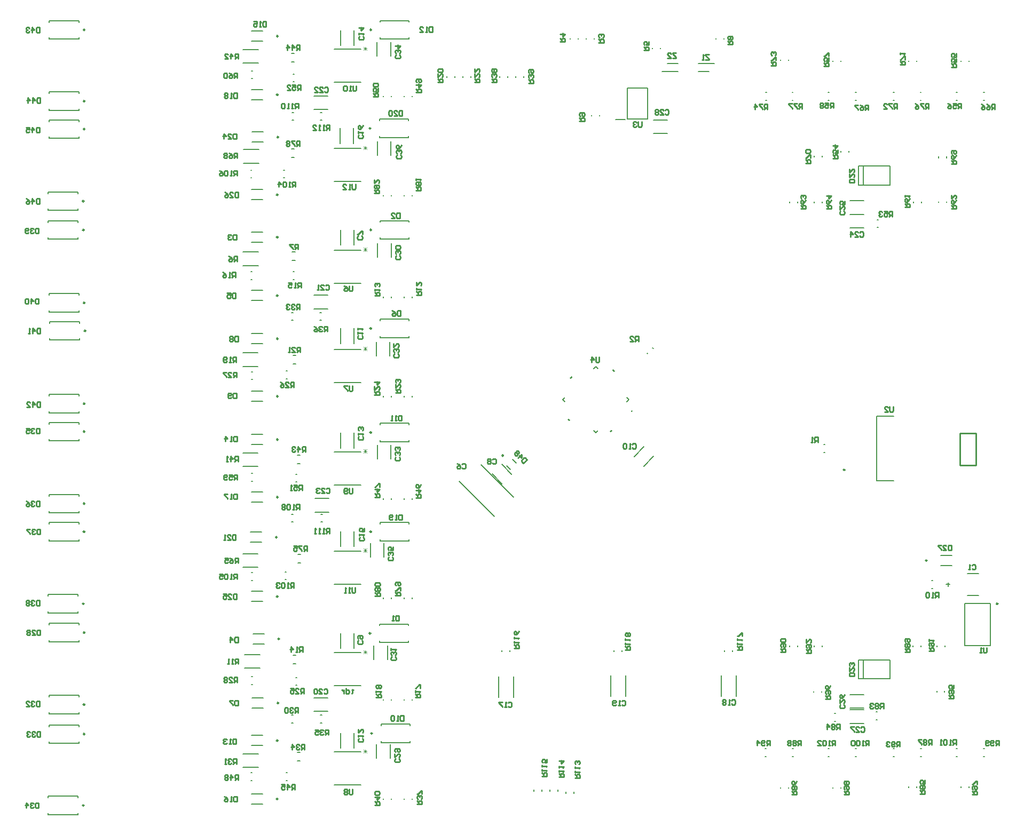
<source format=gbr>
%TF.GenerationSoftware,Altium Limited,Altium Designer,21.6.4 (81)*%
G04 Layer_Color=32896*
%FSLAX43Y43*%
%MOMM*%
%TF.SameCoordinates,95A2699C-722C-4572-8EE5-7BEA9F810E30*%
%TF.FilePolarity,Positive*%
%TF.FileFunction,Legend,Bot*%
%TF.Part,Single*%
G01*
G75*
%TA.AperFunction,NonConductor*%
%ADD92C,0.250*%
%ADD93C,0.152*%
%ADD94C,0.200*%
%ADD95C,0.150*%
%ADD96C,0.254*%
%ADD97C,0.076*%
G36*
X-77424Y68773D02*
X-77155Y68504D01*
X-77334Y68324D01*
X-77604Y68594D01*
X-77424Y68773D01*
D02*
G37*
G36*
X-70648Y67005D02*
X-70468Y66826D01*
X-70738Y66556D01*
X-70917Y66736D01*
X-70648Y67005D01*
D02*
G37*
G36*
X-76801Y75280D02*
X-76981Y75459D01*
X-77250Y75190D01*
X-77070Y75010D01*
X-76801Y75280D01*
D02*
G37*
G36*
X-70564Y76340D02*
X-70294Y76071D01*
X-70115Y76251D01*
X-70384Y76520D01*
X-70564Y76340D01*
D02*
G37*
D92*
X-87776Y62842D02*
G03*
X-87776Y62842I-125J0D01*
G01*
X-154294Y7326D02*
G03*
X-154294Y7326I-125J0D01*
G01*
X-154167Y18629D02*
G03*
X-154167Y18629I-125J0D01*
G01*
Y23328D02*
G03*
X-154167Y23328I-125J0D01*
G01*
X-154294Y39330D02*
G03*
X-154294Y39330I-125J0D01*
G01*
X-154167Y50760D02*
G03*
X-154167Y50760I-125J0D01*
G01*
Y55205D02*
G03*
X-154167Y55205I-125J0D01*
G01*
Y66635D02*
G03*
X-154167Y66635I-125J0D01*
G01*
X-154155Y71080D02*
G03*
X-154155Y71080I-125J0D01*
G01*
X-154028Y82637D02*
G03*
X-154028Y82637I-125J0D01*
G01*
X-154155Y87082D02*
G03*
X-154155Y87082I-125J0D01*
G01*
X-154282Y98639D02*
G03*
X-154282Y98639I-125J0D01*
G01*
X-154294Y103211D02*
G03*
X-154294Y103211I-125J0D01*
G01*
X-154155Y114641D02*
G03*
X-154155Y114641I-125J0D01*
G01*
Y119086D02*
G03*
X-154155Y119086I-125J0D01*
G01*
Y130389D02*
G03*
X-154155Y130389I-125J0D01*
G01*
Y34758D02*
G03*
X-154155Y34758I-125J0D01*
G01*
X-123548Y40473D02*
G03*
X-123548Y40473I-125J0D01*
G01*
X-123675Y49871D02*
G03*
X-123675Y49871I-125J0D01*
G01*
X-123451Y113371D02*
G03*
X-123451Y113371I-125J0D01*
G01*
X-108577Y18756D02*
G03*
X-108577Y18756I-125J0D01*
G01*
X-108831Y34631D02*
G03*
X-108831Y34631I-125J0D01*
G01*
X-108704Y50760D02*
G03*
X-108704Y50760I-125J0D01*
G01*
Y66508D02*
G03*
X-108704Y66508I-125J0D01*
G01*
Y83018D02*
G03*
X-108704Y83018I-125J0D01*
G01*
Y98639D02*
G03*
X-108704Y98639I-125J0D01*
G01*
X-108831Y114768D02*
G03*
X-108831Y114768I-125J0D01*
G01*
X-108704Y130389D02*
G03*
X-108704Y130389I-125J0D01*
G01*
X-123518Y129373D02*
G03*
X-123518Y129373I-125J0D01*
G01*
X-123548Y104227D02*
G03*
X-123548Y104227I-125J0D01*
G01*
X-123518Y97496D02*
G03*
X-123518Y97496I-125J0D01*
G01*
X-123548Y88225D02*
G03*
X-123548Y88225I-125J0D01*
G01*
X-123518Y72223D02*
G03*
X-123518Y72223I-125J0D01*
G01*
Y81367D02*
G03*
X-123518Y81367I-125J0D01*
G01*
Y56221D02*
G03*
X-123518Y56221I-125J0D01*
G01*
Y65365D02*
G03*
X-123518Y65365I-125J0D01*
G01*
X-123421Y23582D02*
G03*
X-123421Y23582I-125J0D01*
G01*
X-123548Y17613D02*
G03*
X-123548Y17613I-125J0D01*
G01*
X-9373Y39328D02*
G03*
X-9373Y39328I-125J0D01*
G01*
X-20601Y46188D02*
G03*
X-20601Y46188I-125J0D01*
G01*
X-33631Y60564D02*
G03*
X-33631Y60564I-125J0D01*
G01*
X-123294Y33742D02*
G03*
X-123294Y33742I-125J0D01*
G01*
X-123548Y8342D02*
G03*
X-123548Y8342I-125J0D01*
G01*
X-123518Y120102D02*
G03*
X-123518Y120102I-125J0D01*
G01*
D93*
X-67348Y69876D02*
G03*
X-67348Y69876I-76J0D01*
G01*
X-114643Y74420D02*
X-110401D01*
X-114643Y79678D02*
X-110401D01*
X-114643Y31545D02*
X-110401D01*
X-114643Y26287D02*
X-110401D01*
X-114643Y15797D02*
X-110401D01*
X-114643Y10539D02*
X-110401D01*
X-114643Y127303D02*
X-110401D01*
X-114643Y122045D02*
X-110401D01*
X-114643Y111555D02*
X-110401D01*
X-114643Y106297D02*
X-110401D01*
X-114643Y95426D02*
X-110401D01*
X-114643Y90168D02*
X-110401D01*
X-114643Y63422D02*
X-110401D01*
X-114643Y58164D02*
X-110401D01*
X-114643Y47674D02*
X-110401D01*
X-114643Y42416D02*
X-110401D01*
X-73496Y76634D02*
X-73152Y76977D01*
X-78414Y71715D02*
X-78071Y71371D01*
X-73152Y66453D02*
X-72808Y66796D01*
X-68233Y71371D02*
X-67890Y71715D01*
X-73152Y76977D02*
X-72808Y76634D01*
X-78414Y71715D02*
X-78071Y72059D01*
X-73496Y66796D02*
X-73152Y66453D01*
X-68233Y72059D02*
X-67890Y71715D01*
D94*
X-70023Y116125D02*
X-68498D01*
X-68148Y116255D02*
Y121155D01*
X-64948D01*
Y116255D02*
Y121155D01*
X-68148Y116255D02*
X-64948D01*
X-108342Y30474D02*
Y32674D01*
X-106192Y30474D02*
Y32674D01*
X-117813Y117757D02*
X-115613D01*
X-117813Y119907D02*
X-115613D01*
X-117813Y22253D02*
X-115613D01*
X-117813Y24403D02*
X-115613D01*
X-87265Y61251D02*
X-86664Y60650D01*
X-86310Y62206D02*
X-85709Y61605D01*
X-105607Y62322D02*
Y64522D01*
X-107757Y62322D02*
Y64522D01*
X-105813Y78638D02*
Y80838D01*
X-107963Y78638D02*
Y80838D01*
X-105569Y94296D02*
Y96496D01*
X-107719Y94296D02*
Y96496D01*
X-105619Y110487D02*
Y112687D01*
X-107769Y110487D02*
Y112687D01*
X-105678Y126239D02*
Y128439D01*
X-107828Y126239D02*
Y128439D01*
X-32850Y103270D02*
X-30650D01*
X-32850Y101120D02*
X-30650D01*
X-32850Y101111D02*
X-30650D01*
X-32850Y98961D02*
X-30650D01*
X-32850Y24911D02*
X-30650D01*
X-32850Y22761D02*
X-30650D01*
X-32850Y22498D02*
X-30650D01*
X-32850Y20348D02*
X-30650D01*
X-105754Y14814D02*
Y17014D01*
X-107904Y14814D02*
Y17014D01*
X-106718Y46731D02*
Y48931D01*
X-108868Y46731D02*
Y48931D01*
X-116836Y116048D02*
X-116590D01*
X-116836Y117298D02*
X-116590D01*
X-72527Y116727D02*
Y116873D01*
X-73777Y116727D02*
Y116873D01*
X-63965Y113947D02*
X-61765D01*
X-63965Y116097D02*
X-61765D01*
X-117686Y53876D02*
X-115486D01*
X-117686Y56026D02*
X-115486D01*
X-117813Y86134D02*
X-115613D01*
X-117813Y88284D02*
X-115613D01*
X-159994Y8776D02*
X-155244D01*
X-159994Y5876D02*
Y6111D01*
Y8541D02*
Y8776D01*
Y5876D02*
X-155244D01*
Y6111D01*
Y8541D02*
Y8776D01*
X-159867Y20079D02*
X-155117D01*
X-159867Y17179D02*
Y17414D01*
Y19844D02*
Y20079D01*
Y17179D02*
X-155117D01*
Y17414D01*
Y19844D02*
Y20079D01*
X-159867Y24778D02*
X-155117D01*
X-159867Y21878D02*
Y22113D01*
Y24543D02*
Y24778D01*
Y21878D02*
X-155117D01*
Y22113D01*
Y24543D02*
Y24778D01*
X-159994Y40780D02*
X-155244D01*
X-159994Y37880D02*
Y38115D01*
Y40545D02*
Y40780D01*
Y37880D02*
X-155244D01*
Y38115D01*
Y40545D02*
Y40780D01*
X-159867Y52210D02*
X-155117D01*
X-159867Y49310D02*
Y49545D01*
Y51975D02*
Y52210D01*
Y49310D02*
X-155117D01*
Y49545D01*
Y51975D02*
Y52210D01*
X-159867Y56655D02*
X-155117D01*
X-159867Y53755D02*
Y53990D01*
Y56420D02*
Y56655D01*
Y53755D02*
X-155117D01*
Y53990D01*
Y56420D02*
Y56655D01*
X-159867Y68085D02*
X-155117D01*
X-159867Y65185D02*
Y65420D01*
Y67850D02*
Y68085D01*
Y65185D02*
X-155117D01*
Y65420D01*
Y67850D02*
Y68085D01*
X-159855Y72530D02*
X-155105D01*
X-159855Y69630D02*
Y69865D01*
Y72295D02*
Y72530D01*
Y69630D02*
X-155105D01*
Y69865D01*
Y72295D02*
Y72530D01*
X-159728Y84087D02*
X-154978D01*
X-159728Y81187D02*
Y81422D01*
Y83852D02*
Y84087D01*
Y81187D02*
X-154978D01*
Y81422D01*
Y83852D02*
Y84087D01*
X-159855Y88532D02*
X-155105D01*
X-159855Y85632D02*
Y85867D01*
Y88297D02*
Y88532D01*
Y85632D02*
X-155105D01*
Y85867D01*
Y88297D02*
Y88532D01*
X-159982Y100089D02*
X-155232D01*
X-159982Y97189D02*
Y97424D01*
Y99854D02*
Y100089D01*
Y97189D02*
X-155232D01*
Y97424D01*
Y99854D02*
Y100089D01*
X-159994Y104661D02*
X-155244D01*
X-159994Y101761D02*
Y101996D01*
Y104426D02*
Y104661D01*
Y101761D02*
X-155244D01*
Y101996D01*
Y104426D02*
Y104661D01*
X-159855Y116091D02*
X-155105D01*
X-159855Y113191D02*
Y113426D01*
Y115856D02*
Y116091D01*
Y113191D02*
X-155105D01*
Y113426D01*
Y115856D02*
Y116091D01*
X-159855Y120536D02*
X-155105D01*
X-159855Y117636D02*
Y117871D01*
Y120301D02*
Y120536D01*
Y117636D02*
X-155105D01*
Y117871D01*
Y120301D02*
Y120536D01*
X-159855Y131839D02*
X-155105D01*
X-159855Y128939D02*
Y129174D01*
Y131604D02*
Y131839D01*
Y128939D02*
X-155105D01*
Y129174D01*
Y131604D02*
Y131839D01*
X-159855Y36208D02*
X-155105D01*
X-159855Y33308D02*
Y33543D01*
Y35973D02*
Y36208D01*
Y33308D02*
X-155105D01*
Y33543D01*
Y35973D02*
Y36208D01*
X-127748Y39673D02*
X-125998D01*
X-127748Y41273D02*
X-125998D01*
X-127875Y49071D02*
X-126125D01*
X-127875Y50671D02*
X-126125D01*
X-127651Y112571D02*
X-125901D01*
X-127651Y114171D02*
X-125901D01*
X-106797Y119775D02*
Y119921D01*
X-105547Y119775D02*
Y119921D01*
X-103495Y119775D02*
Y119921D01*
X-102245Y119775D02*
Y119921D01*
X-106797Y40146D02*
Y40292D01*
X-105547Y40146D02*
Y40292D01*
X-103495Y40146D02*
Y40292D01*
X-102245Y40146D02*
Y40292D01*
X-106797Y24017D02*
Y24163D01*
X-105547Y24017D02*
Y24163D01*
X-103495Y24017D02*
Y24163D01*
X-102245Y24017D02*
Y24163D01*
X-106797Y8269D02*
Y8415D01*
X-105547Y8269D02*
Y8415D01*
X-103495Y8269D02*
Y8415D01*
X-102245Y8269D02*
Y8415D01*
X-107202Y17296D02*
Y17531D01*
Y19981D02*
Y20216D01*
X-102602D01*
Y17296D02*
Y17531D01*
Y19981D02*
Y20216D01*
X-107202Y17296D02*
X-102602D01*
X-107456Y33171D02*
Y33406D01*
Y35856D02*
Y36091D01*
X-102856D01*
Y33171D02*
Y33406D01*
Y35856D02*
Y36091D01*
X-107456Y33171D02*
X-102856D01*
X-107329Y49300D02*
Y49535D01*
Y51985D02*
Y52220D01*
X-102729D01*
Y49300D02*
Y49535D01*
Y51985D02*
Y52220D01*
X-107329Y49300D02*
X-102729D01*
X-107329Y65048D02*
Y65283D01*
Y67733D02*
Y67968D01*
X-102729D01*
Y65048D02*
Y65283D01*
Y67733D02*
Y67968D01*
X-107329Y65048D02*
X-102729D01*
X-107329Y81558D02*
Y81793D01*
Y84243D02*
Y84478D01*
X-102729D01*
Y81558D02*
Y81793D01*
Y84243D02*
Y84478D01*
X-107329Y81558D02*
X-102729D01*
X-107329Y97179D02*
Y97414D01*
Y99864D02*
Y100099D01*
X-102729D01*
Y97179D02*
Y97414D01*
Y99864D02*
Y100099D01*
X-107329Y97179D02*
X-102729D01*
X-107456Y113308D02*
Y113543D01*
Y115993D02*
Y116228D01*
X-102856D01*
Y113308D02*
Y113543D01*
Y115993D02*
Y116228D01*
X-107456Y113308D02*
X-102856D01*
X-107329Y128929D02*
Y129164D01*
Y131614D02*
Y131849D01*
X-102729D01*
Y128929D02*
Y129164D01*
Y131614D02*
Y131849D01*
X-107329Y128929D02*
X-102729D01*
X-113597Y127913D02*
Y130325D01*
X-111447Y127913D02*
Y130325D01*
X-113724Y112384D02*
Y114796D01*
X-111574Y112384D02*
Y114796D01*
X-113597Y96255D02*
Y98667D01*
X-111447Y96255D02*
Y98667D01*
X-113597Y80634D02*
Y83046D01*
X-111447Y80634D02*
Y83046D01*
X-113597Y64032D02*
Y66444D01*
X-111447Y64032D02*
Y66444D01*
X-113597Y48411D02*
Y50823D01*
X-111447Y48411D02*
Y50823D01*
X-113597Y16407D02*
Y18819D01*
X-111447Y16407D02*
Y18819D01*
X-122247Y12523D02*
X-122101D01*
X-122247Y11273D02*
X-122101D01*
X-120494Y14398D02*
X-120044D01*
X-120494Y15748D02*
X-120044D01*
X-121408Y20417D02*
X-121162D01*
X-121408Y21667D02*
X-121162D01*
X-120723Y27636D02*
X-120577D01*
X-120723Y26386D02*
X-120577D01*
X-121129Y29765D02*
X-120679D01*
X-121129Y31115D02*
X-120679D01*
X-120367Y45767D02*
X-119917D01*
X-120367Y47117D02*
X-119917D01*
X-121408Y52294D02*
X-121162D01*
X-121408Y53544D02*
X-121162D01*
X-120723Y59894D02*
X-120577D01*
X-120723Y58644D02*
X-120577D01*
X-120494Y61515D02*
X-120044D01*
X-120494Y62865D02*
X-120044D01*
X-122247Y76277D02*
X-122101D01*
X-122247Y75027D02*
X-122101D01*
X-121129Y77390D02*
X-120679D01*
X-121129Y78740D02*
X-120679D01*
X-121408Y84298D02*
X-121162D01*
X-121408Y85548D02*
X-121162D01*
X-121104Y92025D02*
X-120958D01*
X-121104Y90775D02*
X-120958D01*
X-121290Y93773D02*
X-120840D01*
X-121290Y95123D02*
X-120840D01*
X-121383Y110156D02*
X-120933D01*
X-121383Y111506D02*
X-120933D01*
X-121281Y116048D02*
X-121035D01*
X-121281Y117298D02*
X-121035D01*
X-121104Y123394D02*
X-120958D01*
X-121104Y122144D02*
X-120958D01*
X-127718Y128573D02*
X-125968D01*
X-127718Y130173D02*
X-125968D01*
X-129095Y127273D02*
X-126683D01*
X-129095Y125123D02*
X-126683D01*
X-127708Y123902D02*
X-127562D01*
X-127708Y122652D02*
X-127562D01*
X-129008Y111398D02*
X-126596D01*
X-129008Y109248D02*
X-126596D01*
X-127748Y103427D02*
X-125998D01*
X-127748Y105027D02*
X-125998D01*
X-127718Y96696D02*
X-125968D01*
X-127718Y98296D02*
X-125968D01*
X-127748Y87425D02*
X-125998D01*
X-127748Y89025D02*
X-125998D01*
X-129095Y95142D02*
X-126683D01*
X-129095Y92992D02*
X-126683D01*
X-127718Y71423D02*
X-125968D01*
X-127718Y73023D02*
X-125968D01*
X-127718Y80567D02*
X-125968D01*
X-127718Y82167D02*
X-125968D01*
X-129135Y79140D02*
X-126723D01*
X-129135Y76990D02*
X-126723D01*
X-127718Y55421D02*
X-125968D01*
X-127718Y57021D02*
X-125968D01*
X-127718Y64565D02*
X-125968D01*
X-127718Y66165D02*
X-125968D01*
X-129135Y63265D02*
X-126723D01*
X-129135Y61115D02*
X-126723D01*
X-122374Y44400D02*
X-122228D01*
X-122374Y43150D02*
X-122228D01*
X-127621Y22782D02*
X-125871D01*
X-127621Y24382D02*
X-125871D01*
X-127748Y16813D02*
X-125998D01*
X-127748Y18413D02*
X-125998D01*
X-129095Y15513D02*
X-126683D01*
X-129095Y13363D02*
X-126683D01*
X-74666Y128919D02*
Y129065D01*
X-73416Y128919D02*
Y129065D01*
X-64125Y127395D02*
Y127541D01*
X-62875Y127395D02*
Y127541D01*
X-52842Y128919D02*
Y129065D01*
X-54092Y128919D02*
Y129065D01*
X-61810Y125045D02*
X-60110D01*
X-62660Y123795D02*
X-60110D01*
X-56914D02*
X-55214D01*
X-56914Y125045D02*
X-54364D01*
X-64125Y79955D02*
X-64023Y79853D01*
X-65009Y79071D02*
X-64907Y78969D01*
X-91358Y61338D02*
X-86196Y56176D01*
X-94840Y58740D02*
X-89236Y53136D01*
X-89549Y59922D02*
X-87993Y58366D01*
X-88029Y61442D02*
X-86473Y59886D01*
X-67070Y62680D02*
X-65514Y64236D01*
X-65550Y61160D02*
X-63994Y62716D01*
X-70221Y31764D02*
Y31910D01*
X-68971Y31764D02*
Y31910D01*
X-50892Y24596D02*
Y27902D01*
X-53248Y24596D02*
Y27902D01*
X-86198Y24469D02*
Y27775D01*
X-88554Y24469D02*
Y27775D01*
X-68418Y24596D02*
Y27902D01*
X-70774Y24596D02*
Y27902D01*
X-76591Y9222D02*
Y9467D01*
X-77841Y9222D02*
Y9467D01*
X-46301Y16333D02*
X-46155D01*
X-46301Y15083D02*
X-46155D01*
X-41983Y16333D02*
X-41837D01*
X-41983Y15083D02*
X-41837D01*
X-31950Y16333D02*
X-31804D01*
X-31950Y15083D02*
X-31804D01*
X-25981Y16333D02*
X-25835D01*
X-25981Y15083D02*
X-25835D01*
X-21663Y16333D02*
X-21517D01*
X-21663Y15083D02*
X-21517D01*
X-11630Y16333D02*
X-11484D01*
X-11630Y15083D02*
X-11484D01*
X-28648Y20925D02*
X-28502D01*
X-28648Y22175D02*
X-28502D01*
X-35252Y20671D02*
X-35106D01*
X-35252Y21921D02*
X-35106D01*
X-38598Y25287D02*
Y25433D01*
X-37348Y25287D02*
Y25433D01*
X-42408Y32526D02*
Y32672D01*
X-41158Y32526D02*
Y32672D01*
X-38471Y32526D02*
Y32672D01*
X-37221Y32526D02*
Y32672D01*
X-22850Y32526D02*
Y32672D01*
X-21600Y32526D02*
Y32672D01*
X-14623Y32678D02*
X-10523D01*
X-14623Y39378D02*
X-10523D01*
X-14623Y32678D02*
Y39378D01*
X-10523Y32678D02*
Y39378D01*
X-17560Y42378D02*
X-16960D01*
X-17260Y42078D02*
Y42678D01*
X-14210Y40678D02*
X-12460D01*
X-14210Y44078D02*
X-12460D01*
X-18401Y46988D02*
X-16651D01*
X-18401Y45388D02*
X-16651D01*
X-36941Y63343D02*
X-36796D01*
X-36941Y64593D02*
X-36796D01*
X-28597Y58850D02*
X-25901D01*
X-28597D02*
Y69086D01*
X-25901D01*
X-28521Y99030D02*
X-28375D01*
X-28521Y100280D02*
X-28375D01*
X-41158Y102977D02*
Y103122D01*
X-42408Y102977D02*
Y103122D01*
X-33030Y111012D02*
Y111158D01*
X-34280Y111012D02*
Y111158D01*
X-21473Y102977D02*
Y103122D01*
X-22723Y102977D02*
Y103122D01*
X-17536Y103011D02*
Y103157D01*
X-18786Y103011D02*
Y103157D01*
X-17536Y110073D02*
Y110319D01*
X-18786Y110073D02*
Y110319D01*
X-11630Y119223D02*
X-11484D01*
X-11630Y120473D02*
X-11484D01*
X-15948Y119223D02*
X-15802D01*
X-15948Y120473D02*
X-15802D01*
X-21697D02*
X-21552D01*
X-21697Y119223D02*
X-21552D01*
X-25981D02*
X-25835D01*
X-25981Y120473D02*
X-25835D01*
X-31984Y119223D02*
X-31839D01*
X-31984Y120473D02*
X-31839D01*
X-36268Y119223D02*
X-36122D01*
X-36268Y120473D02*
X-36122D01*
X-42017D02*
X-41872D01*
X-42017Y119223D02*
X-41872D01*
X-46174D02*
X-46028D01*
X-46174Y120473D02*
X-46028D01*
X-95514Y122858D02*
Y123003D01*
X-96764Y122858D02*
Y123003D01*
X-92974Y122858D02*
Y123003D01*
X-94224Y122858D02*
Y123003D01*
X-87132Y122858D02*
Y123003D01*
X-88382Y122858D02*
Y123003D01*
X-84592Y122858D02*
Y123003D01*
X-85842Y122858D02*
Y123003D01*
X-75956Y128919D02*
Y129065D01*
X-77206Y128919D02*
Y129065D01*
X-80381Y9549D02*
Y9794D01*
X-79131Y9549D02*
Y9794D01*
X-82921Y9549D02*
Y9794D01*
X-81671Y9549D02*
Y9794D01*
X-86751Y31730D02*
Y31875D01*
X-88001Y31730D02*
Y31875D01*
X-51445Y31764D02*
Y31910D01*
X-52695Y31764D02*
Y31910D01*
X-38471Y102954D02*
Y103099D01*
X-37221Y102954D02*
Y103099D01*
X-38471Y110250D02*
Y110396D01*
X-37221Y110250D02*
Y110396D01*
X-17807Y25305D02*
Y25450D01*
X-19057Y25305D02*
Y25450D01*
X-17790Y32526D02*
Y32672D01*
X-19040Y32526D02*
Y32672D01*
X-36268Y16333D02*
X-36122D01*
X-36268Y15083D02*
X-36122D01*
X-15948Y16333D02*
X-15802D01*
X-15948Y15083D02*
X-15802D01*
X-13980Y125363D02*
Y125509D01*
X-15230Y125363D02*
Y125509D01*
X-22235Y125363D02*
Y125509D01*
X-23485Y125363D02*
Y125509D01*
X-42555Y125525D02*
Y125670D01*
X-43805Y125525D02*
Y125670D01*
X-34300Y125363D02*
Y125509D01*
X-35550Y125363D02*
Y125509D01*
X-116836Y21667D02*
X-116590D01*
X-116836Y20417D02*
X-116590D01*
X-116895Y85548D02*
X-116650D01*
X-116895Y84298D02*
X-116650D01*
X-116709Y53544D02*
X-116463D01*
X-116709Y52294D02*
X-116463D01*
X-19885Y41753D02*
X-19739D01*
X-19885Y43003D02*
X-19739D01*
X-13980Y10174D02*
Y10320D01*
X-15230Y10174D02*
Y10320D01*
X-22235Y10140D02*
Y10285D01*
X-23485Y10140D02*
Y10285D01*
X-42555Y10047D02*
Y10193D01*
X-43805Y10047D02*
Y10193D01*
X-34300Y10047D02*
Y10193D01*
X-35550Y10047D02*
Y10193D01*
X-102245Y104027D02*
Y104173D01*
X-103495Y104027D02*
Y104173D01*
X-105547Y104027D02*
Y104173D01*
X-106797Y104027D02*
Y104173D01*
X-102245Y87898D02*
Y88044D01*
X-103495Y87898D02*
Y88044D01*
X-105547Y87898D02*
Y88044D01*
X-106797Y87898D02*
Y88044D01*
X-102245Y72150D02*
Y72296D01*
X-103495Y72150D02*
Y72296D01*
X-105547Y72150D02*
Y72296D01*
X-106797Y72150D02*
Y72296D01*
X-102245Y55894D02*
Y56040D01*
X-103495Y55894D02*
Y56040D01*
X-105547Y55894D02*
Y56040D01*
X-106797Y55894D02*
Y56040D01*
X-111447Y32247D02*
Y34659D01*
X-113597Y32247D02*
Y34659D01*
X-122628Y106904D02*
X-122482D01*
X-122628Y108154D02*
X-122482D01*
X-121383Y126619D02*
X-120933D01*
X-121383Y125269D02*
X-120933D01*
X-127494Y34542D02*
X-125744D01*
X-127494Y32942D02*
X-125744D01*
X-128841Y29111D02*
X-126429D01*
X-128841Y31261D02*
X-126429D01*
X-127708Y26513D02*
X-127562D01*
X-127708Y27763D02*
X-127562D01*
X-127748Y9142D02*
X-125998D01*
X-127748Y7542D02*
X-125998D01*
X-127869Y106904D02*
X-127724D01*
X-127869Y108154D02*
X-127724D01*
X-127835Y11273D02*
X-127689D01*
X-127835Y12523D02*
X-127689D01*
X-129135Y45113D02*
X-126723D01*
X-129135Y47263D02*
X-126723D01*
X-127742Y43023D02*
X-127597D01*
X-127742Y44273D02*
X-127597D01*
X-127742Y58771D02*
X-127597D01*
X-127742Y60021D02*
X-127597D01*
X-127835Y90775D02*
X-127689D01*
X-127835Y92025D02*
X-127689D01*
X-127742Y74900D02*
X-127597D01*
X-127742Y76150D02*
X-127597D01*
X-127718Y120902D02*
X-125968D01*
X-127718Y119302D02*
X-125968D01*
D95*
X-30706Y105775D02*
Y108775D01*
X-31456D02*
X-26456D01*
X-31456Y105775D02*
X-26456D01*
X-31456D02*
Y108775D01*
X-26456Y105775D02*
Y108775D01*
Y27416D02*
Y30416D01*
X-31456Y27416D02*
Y30416D01*
Y27416D02*
X-26456D01*
X-31456Y30416D02*
X-26456D01*
X-30706Y27416D02*
Y30416D01*
D96*
X-15367Y61301D02*
X-12827D01*
Y66381D01*
X-15367D02*
X-12827D01*
X-15367Y61301D02*
Y66381D01*
X-125432Y131705D02*
Y130906D01*
X-125832D01*
X-125966Y131039D01*
Y131572D01*
X-125832Y131705D01*
X-125432D01*
X-126232Y130906D02*
X-126499D01*
X-126365D01*
Y131705D01*
X-126232Y131572D01*
X-127432Y131705D02*
X-126899D01*
Y131305D01*
X-127165Y131439D01*
X-127299D01*
X-127432Y131305D01*
Y131039D01*
X-127299Y130906D01*
X-127032D01*
X-126899Y131039D01*
X-78823Y128505D02*
X-78023D01*
Y128905D01*
X-78157Y129038D01*
X-78423D01*
X-78557Y128905D01*
Y128505D01*
Y128771D02*
X-78823Y129038D01*
Y129704D02*
X-78023D01*
X-78423Y129305D01*
Y129838D01*
X-72700Y128389D02*
X-71900D01*
Y128789D01*
X-72033Y128923D01*
X-72300D01*
X-72433Y128789D01*
Y128389D01*
Y128656D02*
X-72700Y128923D01*
X-72033Y129189D02*
X-71900Y129322D01*
Y129589D01*
X-72033Y129722D01*
X-72167D01*
X-72300Y129589D01*
Y129456D01*
Y129589D01*
X-72433Y129722D01*
X-72567D01*
X-72700Y129589D01*
Y129322D01*
X-72567Y129189D01*
X-101660Y120461D02*
X-100860D01*
Y120860D01*
X-100994Y120994D01*
X-101260D01*
X-101393Y120860D01*
Y120461D01*
Y120727D02*
X-101660Y120994D01*
Y121660D02*
X-100860D01*
X-101260Y121260D01*
Y121793D01*
X-101527Y122060D02*
X-101660Y122193D01*
Y122460D01*
X-101527Y122593D01*
X-100994D01*
X-100860Y122460D01*
Y122193D01*
X-100994Y122060D01*
X-101127D01*
X-101260Y122193D01*
Y122593D01*
X-101664Y104930D02*
X-100864D01*
Y105330D01*
X-100997Y105463D01*
X-101264D01*
X-101397Y105330D01*
Y104930D01*
Y105197D02*
X-101664Y105463D01*
X-100997Y105730D02*
X-100864Y105863D01*
Y106130D01*
X-100997Y106263D01*
X-101131D01*
X-101264Y106130D01*
X-101397Y106263D01*
X-101531D01*
X-101664Y106130D01*
Y105863D01*
X-101531Y105730D01*
X-101397D01*
X-101264Y105863D01*
X-101131Y105730D01*
X-100997D01*
X-101264Y105863D02*
Y106130D01*
X-101664Y106530D02*
Y106796D01*
Y106663D01*
X-100864D01*
X-100997Y106530D01*
X-108290Y104453D02*
X-107490D01*
Y104853D01*
X-107623Y104986D01*
X-107890D01*
X-108023Y104853D01*
Y104453D01*
Y104720D02*
X-108290Y104986D01*
X-107623Y105253D02*
X-107490Y105386D01*
Y105653D01*
X-107623Y105786D01*
X-107756D01*
X-107890Y105653D01*
X-108023Y105786D01*
X-108156D01*
X-108290Y105653D01*
Y105386D01*
X-108156Y105253D01*
X-108023D01*
X-107890Y105386D01*
X-107756Y105253D01*
X-107623D01*
X-107890Y105386D02*
Y105653D01*
X-108290Y106586D02*
Y106053D01*
X-107756Y106586D01*
X-107623D01*
X-107490Y106452D01*
Y106186D01*
X-107623Y106053D01*
X-65882Y115803D02*
Y115136D01*
X-66015Y115003D01*
X-66281D01*
X-66415Y115136D01*
Y115803D01*
X-66681Y115670D02*
X-66815Y115803D01*
X-67081D01*
X-67214Y115670D01*
Y115536D01*
X-67081Y115403D01*
X-66948D01*
X-67081D01*
X-67214Y115270D01*
Y115136D01*
X-67081Y115003D01*
X-66815D01*
X-66681Y115136D01*
X-104950Y30891D02*
X-104817Y30758D01*
Y30491D01*
X-104950Y30358D01*
X-105484D01*
X-105617Y30491D01*
Y30758D01*
X-105484Y30891D01*
X-104950Y31158D02*
X-104817Y31291D01*
Y31558D01*
X-104950Y31691D01*
X-105084D01*
X-105217Y31558D01*
Y31424D01*
Y31558D01*
X-105350Y31691D01*
X-105484D01*
X-105617Y31558D01*
Y31291D01*
X-105484Y31158D01*
X-105617Y31958D02*
Y32224D01*
Y32091D01*
X-104817D01*
X-104950Y31958D01*
X-84063Y62179D02*
X-84629Y61613D01*
X-84911Y61896D01*
X-84911Y62084D01*
X-84534Y62461D01*
X-84346D01*
X-84063Y62179D01*
X-85477Y62461D02*
X-84911Y63027D01*
X-84911Y62461D01*
X-85288Y62839D01*
Y63215D02*
X-85288Y63404D01*
X-85477Y63593D01*
X-85665D01*
X-85760Y63498D01*
Y63310D01*
X-85948Y63310D01*
X-86043Y63215D01*
X-86043Y63027D01*
X-85854Y62839D01*
X-85665D01*
X-85571Y62933D01*
Y63121D01*
X-85383Y63121D01*
X-85288Y63215D01*
X-85571Y63121D02*
X-85760Y63310D01*
X-104102Y110511D02*
X-103969Y110378D01*
Y110111D01*
X-104102Y109978D01*
X-104635D01*
X-104769Y110111D01*
Y110378D01*
X-104635Y110511D01*
X-104102Y110778D02*
X-103969Y110911D01*
Y111178D01*
X-104102Y111311D01*
X-104235D01*
X-104369Y111178D01*
Y111044D01*
Y111178D01*
X-104502Y111311D01*
X-104635D01*
X-104769Y111178D01*
Y110911D01*
X-104635Y110778D01*
X-103969Y112111D02*
X-104102Y111844D01*
X-104369Y111578D01*
X-104635D01*
X-104769Y111711D01*
Y111977D01*
X-104635Y112111D01*
X-104502D01*
X-104369Y111977D01*
Y111578D01*
X-105427Y46735D02*
X-105294Y46602D01*
Y46336D01*
X-105427Y46202D01*
X-105960D01*
X-106093Y46336D01*
Y46602D01*
X-105960Y46735D01*
X-105427Y47002D02*
X-105294Y47135D01*
Y47402D01*
X-105427Y47535D01*
X-105560D01*
X-105693Y47402D01*
Y47269D01*
Y47402D01*
X-105827Y47535D01*
X-105960D01*
X-106093Y47402D01*
Y47135D01*
X-105960Y47002D01*
X-105294Y48335D02*
Y47802D01*
X-105693D01*
X-105560Y48068D01*
Y48202D01*
X-105693Y48335D01*
X-105960D01*
X-106093Y48202D01*
Y47935D01*
X-105960Y47802D01*
X-104261Y126390D02*
X-104128Y126257D01*
Y125990D01*
X-104261Y125857D01*
X-104795D01*
X-104928Y125990D01*
Y126257D01*
X-104795Y126390D01*
X-104261Y126657D02*
X-104128Y126790D01*
Y127057D01*
X-104261Y127190D01*
X-104395D01*
X-104528Y127057D01*
Y126923D01*
Y127057D01*
X-104661Y127190D01*
X-104795D01*
X-104928Y127057D01*
Y126790D01*
X-104795Y126657D01*
X-104928Y127856D02*
X-104128D01*
X-104528Y127457D01*
Y127990D01*
X-104316Y62604D02*
X-104182Y62471D01*
Y62204D01*
X-104316Y62071D01*
X-104849D01*
X-104982Y62204D01*
Y62471D01*
X-104849Y62604D01*
X-104316Y62871D02*
X-104182Y63004D01*
Y63270D01*
X-104316Y63404D01*
X-104449D01*
X-104582Y63270D01*
Y63137D01*
Y63270D01*
X-104715Y63404D01*
X-104849D01*
X-104982Y63270D01*
Y63004D01*
X-104849Y62871D01*
X-104316Y63670D02*
X-104182Y63804D01*
Y64070D01*
X-104316Y64203D01*
X-104449D01*
X-104582Y64070D01*
Y63937D01*
Y64070D01*
X-104715Y64203D01*
X-104849D01*
X-104982Y64070D01*
Y63804D01*
X-104849Y63670D01*
X-104546Y78964D02*
X-104413Y78830D01*
Y78564D01*
X-104546Y78430D01*
X-105079D01*
X-105213Y78564D01*
Y78830D01*
X-105079Y78964D01*
X-104546Y79230D02*
X-104413Y79364D01*
Y79630D01*
X-104546Y79763D01*
X-104679D01*
X-104813Y79630D01*
Y79497D01*
Y79630D01*
X-104946Y79763D01*
X-105079D01*
X-105213Y79630D01*
Y79364D01*
X-105079Y79230D01*
X-105213Y80563D02*
Y80030D01*
X-104679Y80563D01*
X-104546D01*
X-104413Y80430D01*
Y80163D01*
X-104546Y80030D01*
X-104252Y94549D02*
X-104119Y94416D01*
Y94149D01*
X-104252Y94016D01*
X-104785D01*
X-104918Y94149D01*
Y94416D01*
X-104785Y94549D01*
X-104252Y94815D02*
X-104119Y94949D01*
Y95215D01*
X-104252Y95349D01*
X-104385D01*
X-104519Y95215D01*
Y95082D01*
Y95215D01*
X-104652Y95349D01*
X-104785D01*
X-104918Y95215D01*
Y94949D01*
X-104785Y94815D01*
X-104252Y95615D02*
X-104119Y95748D01*
Y96015D01*
X-104252Y96148D01*
X-104785D01*
X-104918Y96015D01*
Y95748D01*
X-104785Y95615D01*
X-104252D01*
X-104362Y14721D02*
X-104229Y14587D01*
Y14321D01*
X-104362Y14188D01*
X-104895D01*
X-105029Y14321D01*
Y14587D01*
X-104895Y14721D01*
X-105029Y15521D02*
Y14987D01*
X-104496Y15521D01*
X-104362D01*
X-104229Y15387D01*
Y15121D01*
X-104362Y14987D01*
X-104895Y15787D02*
X-105029Y15920D01*
Y16187D01*
X-104895Y16320D01*
X-104362D01*
X-104229Y16187D01*
Y15920D01*
X-104362Y15787D01*
X-104496D01*
X-104629Y15920D01*
Y16320D01*
X-62154Y117619D02*
X-62020Y117752D01*
X-61754D01*
X-61620Y117619D01*
Y117086D01*
X-61754Y116952D01*
X-62020D01*
X-62154Y117086D01*
X-62953Y116952D02*
X-62420D01*
X-62953Y117486D01*
Y117619D01*
X-62820Y117752D01*
X-62553D01*
X-62420Y117619D01*
X-63220D02*
X-63353Y117752D01*
X-63620D01*
X-63753Y117619D01*
Y117486D01*
X-63620Y117352D01*
X-63753Y117219D01*
Y117086D01*
X-63620Y116952D01*
X-63353D01*
X-63220Y117086D01*
Y117219D01*
X-63353Y117352D01*
X-63220Y117486D01*
Y117619D01*
X-63353Y117352D02*
X-63620D01*
X-31117Y19667D02*
X-30984Y19800D01*
X-30717D01*
X-30584Y19667D01*
Y19133D01*
X-30717Y19000D01*
X-30984D01*
X-31117Y19133D01*
X-31917Y19000D02*
X-31383D01*
X-31917Y19533D01*
Y19667D01*
X-31783Y19800D01*
X-31517D01*
X-31383Y19667D01*
X-32183Y19800D02*
X-32716D01*
Y19667D01*
X-32183Y19133D01*
Y19000D01*
X-33808Y23292D02*
X-33675Y23159D01*
Y22892D01*
X-33808Y22759D01*
X-34342D01*
X-34475Y22892D01*
Y23159D01*
X-34342Y23292D01*
X-34475Y24092D02*
Y23558D01*
X-33942Y24092D01*
X-33808D01*
X-33675Y23958D01*
Y23692D01*
X-33808Y23558D01*
X-33675Y24891D02*
X-33808Y24625D01*
X-34075Y24358D01*
X-34342D01*
X-34475Y24491D01*
Y24758D01*
X-34342Y24891D01*
X-34208D01*
X-34075Y24758D01*
Y24358D01*
X-33808Y101617D02*
X-33675Y101484D01*
Y101217D01*
X-33808Y101084D01*
X-34342D01*
X-34475Y101217D01*
Y101484D01*
X-34342Y101617D01*
X-34475Y102417D02*
Y101883D01*
X-33942Y102417D01*
X-33808D01*
X-33675Y102283D01*
Y102017D01*
X-33808Y101883D01*
X-33675Y103216D02*
Y102683D01*
X-34075D01*
X-33942Y102950D01*
Y103083D01*
X-34075Y103216D01*
X-34342D01*
X-34475Y103083D01*
Y102816D01*
X-34342Y102683D01*
X-31267Y98217D02*
X-31134Y98350D01*
X-30867D01*
X-30734Y98217D01*
Y97683D01*
X-30867Y97550D01*
X-31134D01*
X-31267Y97683D01*
X-32067Y97550D02*
X-31533D01*
X-32067Y98083D01*
Y98217D01*
X-31933Y98350D01*
X-31667D01*
X-31533Y98217D01*
X-32733Y97550D02*
Y98350D01*
X-32333Y97950D01*
X-32866D01*
X-115875Y57548D02*
X-115741Y57681D01*
X-115475D01*
X-115341Y57548D01*
Y57015D01*
X-115475Y56881D01*
X-115741D01*
X-115875Y57015D01*
X-116674Y56881D02*
X-116141D01*
X-116674Y57415D01*
Y57548D01*
X-116541Y57681D01*
X-116274D01*
X-116141Y57548D01*
X-116941D02*
X-117074Y57681D01*
X-117341D01*
X-117474Y57548D01*
Y57415D01*
X-117341Y57281D01*
X-117207D01*
X-117341D01*
X-117474Y57148D01*
Y57015D01*
X-117341Y56881D01*
X-117074D01*
X-116941Y57015D01*
X-116167Y121167D02*
X-116034Y121300D01*
X-115767D01*
X-115634Y121167D01*
Y120633D01*
X-115767Y120500D01*
X-116034D01*
X-116167Y120633D01*
X-116967Y120500D02*
X-116433D01*
X-116967Y121033D01*
Y121167D01*
X-116833Y121300D01*
X-116567D01*
X-116433Y121167D01*
X-117766Y120500D02*
X-117233D01*
X-117766Y121033D01*
Y121167D01*
X-117633Y121300D01*
X-117366D01*
X-117233Y121167D01*
X-116002Y89806D02*
X-115868Y89939D01*
X-115602D01*
X-115468Y89806D01*
Y89273D01*
X-115602Y89139D01*
X-115868D01*
X-116002Y89273D01*
X-116801Y89139D02*
X-116268D01*
X-116801Y89673D01*
Y89806D01*
X-116668Y89939D01*
X-116401D01*
X-116268Y89806D01*
X-117068Y89139D02*
X-117334D01*
X-117201D01*
Y89939D01*
X-117068Y89806D01*
X-116267Y25692D02*
X-116134Y25825D01*
X-115867D01*
X-115734Y25692D01*
Y25158D01*
X-115867Y25025D01*
X-116134D01*
X-116267Y25158D01*
X-117067Y25025D02*
X-116533D01*
X-117067Y25558D01*
Y25692D01*
X-116933Y25825D01*
X-116667D01*
X-116533Y25692D01*
X-117333D02*
X-117466Y25825D01*
X-117733D01*
X-117866Y25692D01*
Y25158D01*
X-117733Y25025D01*
X-117466D01*
X-117333Y25158D01*
Y25692D01*
X-161367Y103611D02*
Y102811D01*
X-161767D01*
X-161900Y102944D01*
Y103478D01*
X-161767Y103611D01*
X-161367D01*
X-162566Y102811D02*
Y103611D01*
X-162166Y103211D01*
X-162700D01*
X-163499Y103611D02*
X-163233Y103478D01*
X-162966Y103211D01*
Y102944D01*
X-163099Y102811D01*
X-163366D01*
X-163499Y102944D01*
Y103078D01*
X-163366Y103211D01*
X-162966D01*
X-161367Y114914D02*
Y114114D01*
X-161767D01*
X-161900Y114247D01*
Y114781D01*
X-161767Y114914D01*
X-161367D01*
X-162566Y114114D02*
Y114914D01*
X-162166Y114514D01*
X-162700D01*
X-163499Y114914D02*
X-162966D01*
Y114514D01*
X-163233Y114647D01*
X-163366D01*
X-163499Y114514D01*
Y114247D01*
X-163366Y114114D01*
X-163099D01*
X-162966Y114247D01*
X-161240Y119613D02*
Y118813D01*
X-161640D01*
X-161773Y118946D01*
Y119480D01*
X-161640Y119613D01*
X-161240D01*
X-162439Y118813D02*
Y119613D01*
X-162039Y119213D01*
X-162573D01*
X-163239Y118813D02*
Y119613D01*
X-162839Y119213D01*
X-163372D01*
X-161367Y130789D02*
Y129989D01*
X-161767D01*
X-161900Y130122D01*
Y130656D01*
X-161767Y130789D01*
X-161367D01*
X-162566Y129989D02*
Y130789D01*
X-162166Y130389D01*
X-162700D01*
X-162966Y130656D02*
X-163099Y130789D01*
X-163366D01*
X-163499Y130656D01*
Y130522D01*
X-163366Y130389D01*
X-163233D01*
X-163366D01*
X-163499Y130256D01*
Y130122D01*
X-163366Y129989D01*
X-163099D01*
X-162966Y130122D01*
X-161240Y71353D02*
Y70553D01*
X-161640D01*
X-161773Y70686D01*
Y71220D01*
X-161640Y71353D01*
X-161240D01*
X-162439Y70553D02*
Y71353D01*
X-162039Y70953D01*
X-162573D01*
X-163372Y70553D02*
X-162839D01*
X-163372Y71086D01*
Y71220D01*
X-163239Y71353D01*
X-162972D01*
X-162839Y71220D01*
X-161246Y83037D02*
Y82237D01*
X-161646D01*
X-161779Y82370D01*
Y82904D01*
X-161646Y83037D01*
X-161246D01*
X-162446Y82237D02*
Y83037D01*
X-162046Y82637D01*
X-162579D01*
X-162845Y82237D02*
X-163112D01*
X-162979D01*
Y83037D01*
X-162845Y82904D01*
X-161494Y87736D02*
Y86936D01*
X-161894D01*
X-162027Y87069D01*
Y87603D01*
X-161894Y87736D01*
X-161494D01*
X-162693Y86936D02*
Y87736D01*
X-162293Y87336D01*
X-162827D01*
X-163093Y87603D02*
X-163226Y87736D01*
X-163493D01*
X-163626Y87603D01*
Y87069D01*
X-163493Y86936D01*
X-163226D01*
X-163093Y87069D01*
Y87603D01*
X-161494Y98912D02*
Y98112D01*
X-161894D01*
X-162027Y98245D01*
Y98779D01*
X-161894Y98912D01*
X-161494D01*
X-162293Y98779D02*
X-162427Y98912D01*
X-162693D01*
X-162827Y98779D01*
Y98645D01*
X-162693Y98512D01*
X-162560D01*
X-162693D01*
X-162827Y98379D01*
Y98245D01*
X-162693Y98112D01*
X-162427D01*
X-162293Y98245D01*
X-163093D02*
X-163226Y98112D01*
X-163493D01*
X-163626Y98245D01*
Y98779D01*
X-163493Y98912D01*
X-163226D01*
X-163093Y98779D01*
Y98645D01*
X-163226Y98512D01*
X-163626D01*
X-161367Y39857D02*
Y39057D01*
X-161767D01*
X-161900Y39190D01*
Y39724D01*
X-161767Y39857D01*
X-161367D01*
X-162166Y39724D02*
X-162300Y39857D01*
X-162566D01*
X-162700Y39724D01*
Y39590D01*
X-162566Y39457D01*
X-162433D01*
X-162566D01*
X-162700Y39324D01*
Y39190D01*
X-162566Y39057D01*
X-162300D01*
X-162166Y39190D01*
X-162966Y39724D02*
X-163099Y39857D01*
X-163366D01*
X-163499Y39724D01*
Y39590D01*
X-163366Y39457D01*
X-163499Y39324D01*
Y39190D01*
X-163366Y39057D01*
X-163099D01*
X-162966Y39190D01*
Y39324D01*
X-163099Y39457D01*
X-162966Y39590D01*
Y39724D01*
X-163099Y39457D02*
X-163366D01*
X-161240Y51160D02*
Y50360D01*
X-161640D01*
X-161773Y50493D01*
Y51027D01*
X-161640Y51160D01*
X-161240D01*
X-162039Y51027D02*
X-162173Y51160D01*
X-162439D01*
X-162573Y51027D01*
Y50893D01*
X-162439Y50760D01*
X-162306D01*
X-162439D01*
X-162573Y50627D01*
Y50493D01*
X-162439Y50360D01*
X-162173D01*
X-162039Y50493D01*
X-162839Y51160D02*
X-163372D01*
Y51027D01*
X-162839Y50493D01*
Y50360D01*
X-161367Y55605D02*
Y54805D01*
X-161767D01*
X-161900Y54938D01*
Y55472D01*
X-161767Y55605D01*
X-161367D01*
X-162166Y55472D02*
X-162300Y55605D01*
X-162566D01*
X-162700Y55472D01*
Y55338D01*
X-162566Y55205D01*
X-162433D01*
X-162566D01*
X-162700Y55072D01*
Y54938D01*
X-162566Y54805D01*
X-162300D01*
X-162166Y54938D01*
X-163499Y55605D02*
X-163233Y55472D01*
X-162966Y55205D01*
Y54938D01*
X-163099Y54805D01*
X-163366D01*
X-163499Y54938D01*
Y55072D01*
X-163366Y55205D01*
X-162966D01*
X-161367Y67162D02*
Y66362D01*
X-161767D01*
X-161900Y66495D01*
Y67029D01*
X-161767Y67162D01*
X-161367D01*
X-162166Y67029D02*
X-162300Y67162D01*
X-162566D01*
X-162700Y67029D01*
Y66895D01*
X-162566Y66762D01*
X-162433D01*
X-162566D01*
X-162700Y66629D01*
Y66495D01*
X-162566Y66362D01*
X-162300D01*
X-162166Y66495D01*
X-163499Y67162D02*
X-162966D01*
Y66762D01*
X-163233Y66895D01*
X-163366D01*
X-163499Y66762D01*
Y66495D01*
X-163366Y66362D01*
X-163099D01*
X-162966Y66495D01*
X-161494Y7726D02*
Y6926D01*
X-161894D01*
X-162027Y7059D01*
Y7593D01*
X-161894Y7726D01*
X-161494D01*
X-162293Y7593D02*
X-162427Y7726D01*
X-162693D01*
X-162827Y7593D01*
Y7459D01*
X-162693Y7326D01*
X-162560D01*
X-162693D01*
X-162827Y7193D01*
Y7059D01*
X-162693Y6926D01*
X-162427D01*
X-162293Y7059D01*
X-163493Y6926D02*
Y7726D01*
X-163093Y7326D01*
X-163626D01*
X-161240Y19029D02*
Y18229D01*
X-161640D01*
X-161773Y18362D01*
Y18896D01*
X-161640Y19029D01*
X-161240D01*
X-162039Y18896D02*
X-162173Y19029D01*
X-162439D01*
X-162573Y18896D01*
Y18762D01*
X-162439Y18629D01*
X-162306D01*
X-162439D01*
X-162573Y18496D01*
Y18362D01*
X-162439Y18229D01*
X-162173D01*
X-162039Y18362D01*
X-162839Y18896D02*
X-162972Y19029D01*
X-163239D01*
X-163372Y18896D01*
Y18762D01*
X-163239Y18629D01*
X-163106D01*
X-163239D01*
X-163372Y18496D01*
Y18362D01*
X-163239Y18229D01*
X-162972D01*
X-162839Y18362D01*
X-161367Y23855D02*
Y23055D01*
X-161767D01*
X-161900Y23188D01*
Y23722D01*
X-161767Y23855D01*
X-161367D01*
X-162166Y23722D02*
X-162300Y23855D01*
X-162566D01*
X-162700Y23722D01*
Y23588D01*
X-162566Y23455D01*
X-162433D01*
X-162566D01*
X-162700Y23322D01*
Y23188D01*
X-162566Y23055D01*
X-162300D01*
X-162166Y23188D01*
X-163499Y23055D02*
X-162966D01*
X-163499Y23588D01*
Y23722D01*
X-163366Y23855D01*
X-163099D01*
X-162966Y23722D01*
X-161240Y35158D02*
Y34358D01*
X-161640D01*
X-161773Y34491D01*
Y35025D01*
X-161640Y35158D01*
X-161240D01*
X-162573Y34358D02*
X-162039D01*
X-162573Y34891D01*
Y35025D01*
X-162439Y35158D01*
X-162173D01*
X-162039Y35025D01*
X-162839D02*
X-162972Y35158D01*
X-163239D01*
X-163372Y35025D01*
Y34891D01*
X-163239Y34758D01*
X-163372Y34625D01*
Y34491D01*
X-163239Y34358D01*
X-162972D01*
X-162839Y34491D01*
Y34625D01*
X-162972Y34758D01*
X-162839Y34891D01*
Y35025D01*
X-162972Y34758D02*
X-163239D01*
X-16759Y48625D02*
Y47825D01*
X-17159D01*
X-17292Y47958D01*
Y48492D01*
X-17159Y48625D01*
X-16759D01*
X-18092Y47825D02*
X-17558D01*
X-18092Y48358D01*
Y48492D01*
X-17958Y48625D01*
X-17692D01*
X-17558Y48492D01*
X-18358Y48625D02*
X-18891D01*
Y48492D01*
X-18358Y47958D01*
Y47825D01*
X-60421Y126725D02*
X-60954D01*
Y126592D01*
X-60421Y126058D01*
Y125925D01*
X-60954D01*
X-61753D02*
X-61220D01*
X-61753Y126458D01*
Y126592D01*
X-61620Y126725D01*
X-61354D01*
X-61220Y126592D01*
X-55220Y126471D02*
X-55753D01*
Y126338D01*
X-55220Y125804D01*
Y125671D01*
X-55753D01*
X-56020D02*
X-56286D01*
X-56153D01*
Y126471D01*
X-56020Y126338D01*
X-111268Y105897D02*
Y105230D01*
X-111402Y105097D01*
X-111668D01*
X-111801Y105230D01*
Y105897D01*
X-112068Y105097D02*
X-112335D01*
X-112201D01*
Y105897D01*
X-112068Y105764D01*
X-113268Y105097D02*
X-112735D01*
X-113268Y105630D01*
Y105764D01*
X-113134Y105897D01*
X-112868D01*
X-112735Y105764D01*
X-111275Y41889D02*
Y41222D01*
X-111408Y41089D01*
X-111674D01*
X-111808Y41222D01*
Y41889D01*
X-112074Y41089D02*
X-112341D01*
X-112208D01*
Y41889D01*
X-112074Y41756D01*
X-112741Y41089D02*
X-113007D01*
X-112874D01*
Y41889D01*
X-112741Y41756D01*
X-111141Y121518D02*
Y120851D01*
X-111275Y120718D01*
X-111541D01*
X-111674Y120851D01*
Y121518D01*
X-111941Y120718D02*
X-112208D01*
X-112074D01*
Y121518D01*
X-111941Y121385D01*
X-112608D02*
X-112741Y121518D01*
X-113007D01*
X-113141Y121385D01*
Y120851D01*
X-113007Y120718D01*
X-112741D01*
X-112608Y120851D01*
Y121385D01*
X-111729Y57637D02*
Y56970D01*
X-111862Y56837D01*
X-112128D01*
X-112262Y56970D01*
Y57637D01*
X-112528Y56970D02*
X-112662Y56837D01*
X-112928D01*
X-113061Y56970D01*
Y57504D01*
X-112928Y57637D01*
X-112662D01*
X-112528Y57504D01*
Y57370D01*
X-112662Y57237D01*
X-113061D01*
X-111729Y9885D02*
Y9218D01*
X-111862Y9085D01*
X-112128D01*
X-112262Y9218D01*
Y9885D01*
X-112528Y9752D02*
X-112662Y9885D01*
X-112928D01*
X-113061Y9752D01*
Y9618D01*
X-112928Y9485D01*
X-113061Y9352D01*
Y9218D01*
X-112928Y9085D01*
X-112662D01*
X-112528Y9218D01*
Y9352D01*
X-112662Y9485D01*
X-112528Y9618D01*
Y9752D01*
X-112662Y9485D02*
X-112928D01*
X-111729Y73893D02*
Y73226D01*
X-111862Y73093D01*
X-112128D01*
X-112262Y73226D01*
Y73893D01*
X-112528D02*
X-113061D01*
Y73760D01*
X-112528Y73226D01*
Y73093D01*
X-111729Y89768D02*
Y89101D01*
X-111862Y88968D01*
X-112128D01*
X-112262Y89101D01*
Y89768D01*
X-113061D02*
X-112795Y89635D01*
X-112528Y89368D01*
Y89101D01*
X-112662Y88968D01*
X-112928D01*
X-113061Y89101D01*
Y89235D01*
X-112928Y89368D01*
X-112528D01*
X-111722Y25754D02*
Y25620D01*
X-111589D01*
X-111856D01*
X-111722D01*
Y25220D01*
X-111856Y25087D01*
X-112789Y25887D02*
Y25087D01*
X-112389D01*
X-112255Y25220D01*
Y25487D01*
X-112389Y25620D01*
X-112789D01*
X-113055D02*
Y25087D01*
Y25354D01*
X-113188Y25487D01*
X-113322Y25620D01*
X-113455D01*
X-72613Y78465D02*
Y77798D01*
X-72746Y77665D01*
X-73012D01*
X-73146Y77798D01*
Y78465D01*
X-73812Y77665D02*
Y78465D01*
X-73412Y78065D01*
X-73945D01*
X-26004Y70591D02*
Y69924D01*
X-26137Y69791D01*
X-26403D01*
X-26537Y69924D01*
Y70591D01*
X-27336Y69791D02*
X-26803D01*
X-27336Y70324D01*
Y70458D01*
X-27203Y70591D01*
X-26937D01*
X-26803Y70458D01*
X-11151Y32364D02*
Y31697D01*
X-11284Y31564D01*
X-11551D01*
X-11684Y31697D01*
Y32364D01*
X-11951Y31564D02*
X-12217D01*
X-12084D01*
Y32364D01*
X-11951Y32231D01*
X-68472Y32028D02*
X-67672D01*
Y32428D01*
X-67805Y32561D01*
X-68072D01*
X-68205Y32428D01*
Y32028D01*
Y32295D02*
X-68472Y32561D01*
Y32828D02*
Y33094D01*
Y32961D01*
X-67672D01*
X-67805Y32828D01*
X-68472Y33494D02*
Y33761D01*
Y33628D01*
X-67672D01*
X-67805Y33494D01*
Y34161D02*
X-67672Y34294D01*
Y34561D01*
X-67805Y34694D01*
X-67939D01*
X-68072Y34561D01*
X-68205Y34694D01*
X-68339D01*
X-68472Y34561D01*
Y34294D01*
X-68339Y34161D01*
X-68205D01*
X-68072Y34294D01*
X-67939Y34161D01*
X-67805D01*
X-68072Y34294D02*
Y34561D01*
X-50692Y32028D02*
X-49892D01*
Y32428D01*
X-50025Y32561D01*
X-50292D01*
X-50425Y32428D01*
Y32028D01*
Y32295D02*
X-50692Y32561D01*
Y32828D02*
Y33094D01*
Y32961D01*
X-49892D01*
X-50025Y32828D01*
X-50692Y33494D02*
Y33761D01*
Y33628D01*
X-49892D01*
X-50025Y33494D01*
X-49892Y34161D02*
Y34694D01*
X-50025D01*
X-50559Y34161D01*
X-50692D01*
X-86125Y32282D02*
X-85325D01*
Y32682D01*
X-85458Y32815D01*
X-85725D01*
X-85858Y32682D01*
Y32282D01*
Y32549D02*
X-86125Y32815D01*
Y33082D02*
Y33348D01*
Y33215D01*
X-85325D01*
X-85458Y33082D01*
X-86125Y33748D02*
Y34015D01*
Y33882D01*
X-85325D01*
X-85458Y33748D01*
X-85325Y34948D02*
X-85458Y34681D01*
X-85725Y34415D01*
X-85992D01*
X-86125Y34548D01*
Y34815D01*
X-85992Y34948D01*
X-85858D01*
X-85725Y34815D01*
Y34415D01*
X-81680Y11962D02*
X-80880D01*
Y12362D01*
X-81013Y12495D01*
X-81280D01*
X-81413Y12362D01*
Y11962D01*
Y12229D02*
X-81680Y12495D01*
Y12762D02*
Y13028D01*
Y12895D01*
X-80880D01*
X-81013Y12762D01*
X-81680Y13428D02*
Y13695D01*
Y13562D01*
X-80880D01*
X-81013Y13428D01*
X-80880Y14628D02*
Y14095D01*
X-81280D01*
X-81147Y14361D01*
Y14495D01*
X-81280Y14628D01*
X-81547D01*
X-81680Y14495D01*
Y14228D01*
X-81547Y14095D01*
X-79013Y11835D02*
X-78213D01*
Y12235D01*
X-78346Y12368D01*
X-78613D01*
X-78746Y12235D01*
Y11835D01*
Y12102D02*
X-79013Y12368D01*
Y12635D02*
Y12901D01*
Y12768D01*
X-78213D01*
X-78346Y12635D01*
X-79013Y13301D02*
Y13568D01*
Y13435D01*
X-78213D01*
X-78346Y13301D01*
X-79013Y14368D02*
X-78213D01*
X-78613Y13968D01*
Y14501D01*
X-76473Y11708D02*
X-75673D01*
Y12108D01*
X-75806Y12241D01*
X-76073D01*
X-76206Y12108D01*
Y11708D01*
Y11975D02*
X-76473Y12241D01*
Y12508D02*
Y12774D01*
Y12641D01*
X-75673D01*
X-75806Y12508D01*
X-76473Y13174D02*
Y13441D01*
Y13308D01*
X-75673D01*
X-75806Y13174D01*
Y13841D02*
X-75673Y13974D01*
Y14241D01*
X-75806Y14374D01*
X-75940D01*
X-76073Y14241D01*
Y14107D01*
Y14241D01*
X-76206Y14374D01*
X-76340D01*
X-76473Y14241D01*
Y13974D01*
X-76340Y13841D01*
X-115367Y114500D02*
Y115300D01*
X-115767D01*
X-115900Y115167D01*
Y114900D01*
X-115767Y114767D01*
X-115367D01*
X-115634D02*
X-115900Y114500D01*
X-116167D02*
X-116433D01*
X-116300D01*
Y115300D01*
X-116167Y115167D01*
X-116833Y114500D02*
X-117100D01*
X-116967D01*
Y115300D01*
X-116833Y115167D01*
X-118033Y114500D02*
X-117500D01*
X-118033Y115033D01*
Y115167D01*
X-117900Y115300D01*
X-117633D01*
X-117500Y115167D01*
X-115375Y50500D02*
Y51300D01*
X-115775D01*
X-115909Y51167D01*
Y50900D01*
X-115775Y50767D01*
X-115375D01*
X-115642D02*
X-115909Y50500D01*
X-116175D02*
X-116442D01*
X-116308D01*
Y51300D01*
X-116175Y51167D01*
X-116842Y50500D02*
X-117108D01*
X-116975D01*
Y51300D01*
X-116842Y51167D01*
X-117508Y50500D02*
X-117775D01*
X-117641D01*
Y51300D01*
X-117508Y51167D01*
X-120333Y117924D02*
Y118724D01*
X-120733D01*
X-120866Y118591D01*
Y118324D01*
X-120733Y118191D01*
X-120333D01*
X-120600D02*
X-120866Y117924D01*
X-121133D02*
X-121399D01*
X-121266D01*
Y118724D01*
X-121133Y118591D01*
X-121799Y117924D02*
X-122066D01*
X-121933D01*
Y118724D01*
X-121799Y118591D01*
X-122466D02*
X-122599Y118724D01*
X-122866D01*
X-122999Y118591D01*
Y118057D01*
X-122866Y117924D01*
X-122599D01*
X-122466Y118057D01*
Y118591D01*
X-120139Y54297D02*
Y55097D01*
X-120539D01*
X-120673Y54964D01*
Y54697D01*
X-120539Y54564D01*
X-120139D01*
X-120406D02*
X-120673Y54297D01*
X-120939D02*
X-121206D01*
X-121072D01*
Y55097D01*
X-120939Y54964D01*
X-121606D02*
X-121739Y55097D01*
X-122006D01*
X-122139Y54964D01*
Y54430D01*
X-122006Y54297D01*
X-121739D01*
X-121606Y54430D01*
Y54964D01*
X-122405D02*
X-122539Y55097D01*
X-122805D01*
X-122939Y54964D01*
Y54830D01*
X-122805Y54697D01*
X-122939Y54564D01*
Y54430D01*
X-122805Y54297D01*
X-122539D01*
X-122405Y54430D01*
Y54564D01*
X-122539Y54697D01*
X-122405Y54830D01*
Y54964D01*
X-122539Y54697D02*
X-122805D01*
X-130045Y107256D02*
Y108056D01*
X-130445D01*
X-130579Y107923D01*
Y107656D01*
X-130445Y107523D01*
X-130045D01*
X-130312D02*
X-130579Y107256D01*
X-130845D02*
X-131112D01*
X-130978D01*
Y108056D01*
X-130845Y107923D01*
X-131512D02*
X-131645Y108056D01*
X-131912D01*
X-132045Y107923D01*
Y107389D01*
X-131912Y107256D01*
X-131645D01*
X-131512Y107389D01*
Y107923D01*
X-132845Y108056D02*
X-132578Y107923D01*
X-132311Y107656D01*
Y107389D01*
X-132445Y107256D01*
X-132711D01*
X-132845Y107389D01*
Y107523D01*
X-132711Y107656D01*
X-132311D01*
X-130045Y43248D02*
Y44048D01*
X-130445D01*
X-130579Y43915D01*
Y43648D01*
X-130445Y43515D01*
X-130045D01*
X-130312D02*
X-130579Y43248D01*
X-130845D02*
X-131112D01*
X-130978D01*
Y44048D01*
X-130845Y43915D01*
X-131512D02*
X-131645Y44048D01*
X-131912D01*
X-132045Y43915D01*
Y43381D01*
X-131912Y43248D01*
X-131645D01*
X-131512Y43381D01*
Y43915D01*
X-132845Y44048D02*
X-132311D01*
Y43648D01*
X-132578Y43781D01*
X-132711D01*
X-132845Y43648D01*
Y43381D01*
X-132711Y43248D01*
X-132445D01*
X-132311Y43381D01*
X-120774Y105478D02*
Y106278D01*
X-121174D01*
X-121308Y106145D01*
Y105878D01*
X-121174Y105745D01*
X-120774D01*
X-121041D02*
X-121308Y105478D01*
X-121574D02*
X-121841D01*
X-121707D01*
Y106278D01*
X-121574Y106145D01*
X-122241D02*
X-122374Y106278D01*
X-122641D01*
X-122774Y106145D01*
Y105611D01*
X-122641Y105478D01*
X-122374D01*
X-122241Y105611D01*
Y106145D01*
X-123440Y105478D02*
Y106278D01*
X-123040Y105878D01*
X-123574D01*
X-121028Y41851D02*
Y42651D01*
X-121428D01*
X-121562Y42518D01*
Y42251D01*
X-121428Y42118D01*
X-121028D01*
X-121295D02*
X-121562Y41851D01*
X-121828D02*
X-122095D01*
X-121961D01*
Y42651D01*
X-121828Y42518D01*
X-122495D02*
X-122628Y42651D01*
X-122895D01*
X-123028Y42518D01*
Y41984D01*
X-122895Y41851D01*
X-122628D01*
X-122495Y41984D01*
Y42518D01*
X-123294D02*
X-123428Y42651D01*
X-123694D01*
X-123828Y42518D01*
Y42384D01*
X-123694Y42251D01*
X-123561D01*
X-123694D01*
X-123828Y42118D01*
Y41984D01*
X-123694Y41851D01*
X-123428D01*
X-123294Y41984D01*
X-35176Y16831D02*
Y17631D01*
X-35576D01*
X-35710Y17497D01*
Y17231D01*
X-35576Y17097D01*
X-35176D01*
X-35443D02*
X-35710Y16831D01*
X-35976D02*
X-36243D01*
X-36109D01*
Y17631D01*
X-35976Y17497D01*
X-36643D02*
X-36776Y17631D01*
X-37043D01*
X-37176Y17497D01*
Y16964D01*
X-37043Y16831D01*
X-36776D01*
X-36643Y16964D01*
Y17497D01*
X-37976Y16831D02*
X-37442D01*
X-37976Y17364D01*
Y17497D01*
X-37842Y17631D01*
X-37576D01*
X-37442Y17497D01*
X-16006Y16959D02*
Y17759D01*
X-16406D01*
X-16539Y17626D01*
Y17359D01*
X-16406Y17226D01*
X-16006D01*
X-16272D02*
X-16539Y16959D01*
X-16805D02*
X-17072D01*
X-16939D01*
Y17759D01*
X-16805Y17626D01*
X-17472D02*
X-17605Y17759D01*
X-17872D01*
X-18005Y17626D01*
Y17092D01*
X-17872Y16959D01*
X-17605D01*
X-17472Y17092D01*
Y17626D01*
X-18272Y16959D02*
X-18538D01*
X-18405D01*
Y17759D01*
X-18272Y17626D01*
X-29842Y16832D02*
Y17632D01*
X-30242D01*
X-30376Y17499D01*
Y17232D01*
X-30242Y17099D01*
X-29842D01*
X-30109D02*
X-30376Y16832D01*
X-30642D02*
X-30909D01*
X-30775D01*
Y17632D01*
X-30642Y17499D01*
X-31309D02*
X-31442Y17632D01*
X-31709D01*
X-31842Y17499D01*
Y16965D01*
X-31709Y16832D01*
X-31442D01*
X-31309Y16965D01*
Y17499D01*
X-32108D02*
X-32242Y17632D01*
X-32508D01*
X-32642Y17499D01*
Y16965D01*
X-32508Y16832D01*
X-32242D01*
X-32108Y16965D01*
Y17499D01*
X-9221Y16832D02*
Y17632D01*
X-9621D01*
X-9754Y17499D01*
Y17232D01*
X-9621Y17099D01*
X-9221D01*
X-9487D02*
X-9754Y16832D01*
X-10020Y16965D02*
X-10154Y16832D01*
X-10420D01*
X-10554Y16965D01*
Y17499D01*
X-10420Y17632D01*
X-10154D01*
X-10020Y17499D01*
Y17365D01*
X-10154Y17232D01*
X-10554D01*
X-10820Y16965D02*
X-10953Y16832D01*
X-11220D01*
X-11353Y16965D01*
Y17499D01*
X-11220Y17632D01*
X-10953D01*
X-10820Y17499D01*
Y17365D01*
X-10953Y17232D01*
X-11353D01*
X-33801Y9054D02*
X-33001D01*
Y9454D01*
X-33134Y9587D01*
X-33401D01*
X-33534Y9454D01*
Y9054D01*
Y9320D02*
X-33801Y9587D01*
X-33668Y9853D02*
X-33801Y9987D01*
Y10253D01*
X-33668Y10387D01*
X-33134D01*
X-33001Y10253D01*
Y9987D01*
X-33134Y9853D01*
X-33268D01*
X-33401Y9987D01*
Y10387D01*
X-33134Y10653D02*
X-33001Y10786D01*
Y11053D01*
X-33134Y11186D01*
X-33268D01*
X-33401Y11053D01*
X-33534Y11186D01*
X-33668D01*
X-33801Y11053D01*
Y10786D01*
X-33668Y10653D01*
X-33534D01*
X-33401Y10786D01*
X-33268Y10653D01*
X-33134D01*
X-33401Y10786D02*
Y11053D01*
X-13481Y9054D02*
X-12681D01*
Y9454D01*
X-12814Y9587D01*
X-13081D01*
X-13214Y9454D01*
Y9054D01*
Y9320D02*
X-13481Y9587D01*
X-13348Y9853D02*
X-13481Y9987D01*
Y10253D01*
X-13348Y10387D01*
X-12814D01*
X-12681Y10253D01*
Y9987D01*
X-12814Y9853D01*
X-12948D01*
X-13081Y9987D01*
Y10387D01*
X-12681Y10653D02*
Y11186D01*
X-12814D01*
X-13348Y10653D01*
X-13481D01*
X-36725Y24209D02*
X-35925D01*
Y24609D01*
X-36058Y24742D01*
X-36325D01*
X-36458Y24609D01*
Y24209D01*
Y24475D02*
X-36725Y24742D01*
X-36592Y25008D02*
X-36725Y25142D01*
Y25408D01*
X-36592Y25542D01*
X-36058D01*
X-35925Y25408D01*
Y25142D01*
X-36058Y25008D01*
X-36192D01*
X-36325Y25142D01*
Y25542D01*
X-35925Y26341D02*
X-36058Y26075D01*
X-36325Y25808D01*
X-36592D01*
X-36725Y25941D01*
Y26208D01*
X-36592Y26341D01*
X-36458D01*
X-36325Y26208D01*
Y25808D01*
X-17164Y24294D02*
X-16364D01*
Y24694D01*
X-16497Y24827D01*
X-16764D01*
X-16897Y24694D01*
Y24294D01*
Y24560D02*
X-17164Y24827D01*
X-17031Y25093D02*
X-17164Y25227D01*
Y25493D01*
X-17031Y25627D01*
X-16497D01*
X-16364Y25493D01*
Y25227D01*
X-16497Y25093D01*
X-16631D01*
X-16764Y25227D01*
Y25627D01*
X-16364Y26426D02*
Y25893D01*
X-16764D01*
X-16631Y26160D01*
Y26293D01*
X-16764Y26426D01*
X-17031D01*
X-17164Y26293D01*
Y26026D01*
X-17031Y25893D01*
X-45543Y16832D02*
Y17632D01*
X-45943D01*
X-46076Y17499D01*
Y17232D01*
X-45943Y17099D01*
X-45543D01*
X-45809D02*
X-46076Y16832D01*
X-46342Y16965D02*
X-46476Y16832D01*
X-46742D01*
X-46876Y16965D01*
Y17499D01*
X-46742Y17632D01*
X-46476D01*
X-46342Y17499D01*
Y17365D01*
X-46476Y17232D01*
X-46876D01*
X-47542Y16832D02*
Y17632D01*
X-47142Y17232D01*
X-47675D01*
X-24925Y16641D02*
Y17441D01*
X-25325D01*
X-25458Y17307D01*
Y17041D01*
X-25325Y16908D01*
X-24925D01*
X-25191D02*
X-25458Y16641D01*
X-25725Y16774D02*
X-25858Y16641D01*
X-26125D01*
X-26258Y16774D01*
Y17307D01*
X-26125Y17441D01*
X-25858D01*
X-25725Y17307D01*
Y17174D01*
X-25858Y17041D01*
X-26258D01*
X-26524Y17307D02*
X-26658Y17441D01*
X-26924D01*
X-27058Y17307D01*
Y17174D01*
X-26924Y17041D01*
X-26791D01*
X-26924D01*
X-27058Y16908D01*
Y16774D01*
X-26924Y16641D01*
X-26658D01*
X-26524Y16774D01*
X-39770Y31533D02*
X-38970D01*
Y31933D01*
X-39103Y32066D01*
X-39370D01*
X-39503Y31933D01*
Y31533D01*
Y31799D02*
X-39770Y32066D01*
X-39637Y32332D02*
X-39770Y32466D01*
Y32732D01*
X-39637Y32866D01*
X-39103D01*
X-38970Y32732D01*
Y32466D01*
X-39103Y32332D01*
X-39237D01*
X-39370Y32466D01*
Y32866D01*
X-39770Y33665D02*
Y33132D01*
X-39237Y33665D01*
X-39103D01*
X-38970Y33532D01*
Y33265D01*
X-39103Y33132D01*
X-20339Y31793D02*
X-19539D01*
Y32193D01*
X-19672Y32326D01*
X-19939D01*
X-20072Y32193D01*
Y31793D01*
Y32060D02*
X-20339Y32326D01*
X-20206Y32593D02*
X-20339Y32726D01*
Y32993D01*
X-20206Y33126D01*
X-19672D01*
X-19539Y32993D01*
Y32726D01*
X-19672Y32593D01*
X-19806D01*
X-19939Y32726D01*
Y33126D01*
X-20339Y33392D02*
Y33659D01*
Y33526D01*
X-19539D01*
X-19672Y33392D01*
X-43834Y31660D02*
X-43034D01*
Y32060D01*
X-43167Y32193D01*
X-43434D01*
X-43567Y32060D01*
Y31660D01*
Y31926D02*
X-43834Y32193D01*
X-43701Y32459D02*
X-43834Y32593D01*
Y32859D01*
X-43701Y32993D01*
X-43167D01*
X-43034Y32859D01*
Y32593D01*
X-43167Y32459D01*
X-43301D01*
X-43434Y32593D01*
Y32993D01*
X-43167Y33259D02*
X-43034Y33392D01*
Y33659D01*
X-43167Y33792D01*
X-43701D01*
X-43834Y33659D01*
Y33392D01*
X-43701Y33259D01*
X-43167D01*
X-24149Y31660D02*
X-23349D01*
Y32060D01*
X-23482Y32193D01*
X-23749D01*
X-23882Y32060D01*
Y31660D01*
Y31926D02*
X-24149Y32193D01*
X-23482Y32459D02*
X-23349Y32593D01*
Y32859D01*
X-23482Y32993D01*
X-23616D01*
X-23749Y32859D01*
X-23882Y32993D01*
X-24016D01*
X-24149Y32859D01*
Y32593D01*
X-24016Y32459D01*
X-23882D01*
X-23749Y32593D01*
X-23616Y32459D01*
X-23482D01*
X-23749Y32593D02*
Y32859D01*
X-24016Y33259D02*
X-24149Y33392D01*
Y33659D01*
X-24016Y33792D01*
X-23482D01*
X-23349Y33659D01*
Y33392D01*
X-23482Y33259D01*
X-23616D01*
X-23749Y33392D01*
Y33792D01*
X-40590Y16832D02*
Y17632D01*
X-40990D01*
X-41123Y17499D01*
Y17232D01*
X-40990Y17099D01*
X-40590D01*
X-40856D02*
X-41123Y16832D01*
X-41389Y17499D02*
X-41523Y17632D01*
X-41789D01*
X-41923Y17499D01*
Y17365D01*
X-41789Y17232D01*
X-41923Y17099D01*
Y16965D01*
X-41789Y16832D01*
X-41523D01*
X-41389Y16965D01*
Y17099D01*
X-41523Y17232D01*
X-41389Y17365D01*
Y17499D01*
X-41523Y17232D02*
X-41789D01*
X-42189Y17499D02*
X-42322Y17632D01*
X-42589D01*
X-42722Y17499D01*
Y17365D01*
X-42589Y17232D01*
X-42722Y17099D01*
Y16965D01*
X-42589Y16832D01*
X-42322D01*
X-42189Y16965D01*
Y17099D01*
X-42322Y17232D01*
X-42189Y17365D01*
Y17499D01*
X-42322Y17232D02*
X-42589D01*
X-19889Y16959D02*
Y17759D01*
X-20289D01*
X-20422Y17626D01*
Y17359D01*
X-20289Y17226D01*
X-19889D01*
X-20155D02*
X-20422Y16959D01*
X-20688Y17626D02*
X-20822Y17759D01*
X-21088D01*
X-21222Y17626D01*
Y17492D01*
X-21088Y17359D01*
X-21222Y17226D01*
Y17092D01*
X-21088Y16959D01*
X-20822D01*
X-20688Y17092D01*
Y17226D01*
X-20822Y17359D01*
X-20688Y17492D01*
Y17626D01*
X-20822Y17359D02*
X-21088D01*
X-21488Y17759D02*
X-22021D01*
Y17626D01*
X-21488Y17092D01*
Y16959D01*
X-42056Y9054D02*
X-41256D01*
Y9454D01*
X-41389Y9587D01*
X-41656D01*
X-41789Y9454D01*
Y9054D01*
Y9320D02*
X-42056Y9587D01*
X-41389Y9853D02*
X-41256Y9987D01*
Y10253D01*
X-41389Y10387D01*
X-41523D01*
X-41656Y10253D01*
X-41789Y10387D01*
X-41923D01*
X-42056Y10253D01*
Y9987D01*
X-41923Y9853D01*
X-41789D01*
X-41656Y9987D01*
X-41523Y9853D01*
X-41389D01*
X-41656Y9987D02*
Y10253D01*
X-41256Y11186D02*
X-41389Y10920D01*
X-41656Y10653D01*
X-41923D01*
X-42056Y10786D01*
Y11053D01*
X-41923Y11186D01*
X-41789D01*
X-41656Y11053D01*
Y10653D01*
X-21736Y9181D02*
X-20936D01*
Y9581D01*
X-21069Y9714D01*
X-21336D01*
X-21469Y9581D01*
Y9181D01*
Y9447D02*
X-21736Y9714D01*
X-21069Y9980D02*
X-20936Y10114D01*
Y10380D01*
X-21069Y10514D01*
X-21203D01*
X-21336Y10380D01*
X-21469Y10514D01*
X-21603D01*
X-21736Y10380D01*
Y10114D01*
X-21603Y9980D01*
X-21469D01*
X-21336Y10114D01*
X-21203Y9980D01*
X-21069D01*
X-21336Y10114D02*
Y10380D01*
X-20936Y11313D02*
Y10780D01*
X-21336D01*
X-21203Y11047D01*
Y11180D01*
X-21336Y11313D01*
X-21603D01*
X-21736Y11180D01*
Y10913D01*
X-21603Y10780D01*
X-34462Y19409D02*
Y20209D01*
X-34862D01*
X-34995Y20076D01*
Y19809D01*
X-34862Y19676D01*
X-34462D01*
X-34728D02*
X-34995Y19409D01*
X-35262Y20076D02*
X-35395Y20209D01*
X-35661D01*
X-35795Y20076D01*
Y19942D01*
X-35661Y19809D01*
X-35795Y19676D01*
Y19542D01*
X-35661Y19409D01*
X-35395D01*
X-35262Y19542D01*
Y19676D01*
X-35395Y19809D01*
X-35262Y19942D01*
Y20076D01*
X-35395Y19809D02*
X-35661D01*
X-36461Y19409D02*
Y20209D01*
X-36061Y19809D01*
X-36594D01*
X-27534Y22725D02*
Y23525D01*
X-27934D01*
X-28067Y23392D01*
Y23125D01*
X-27934Y22992D01*
X-27534D01*
X-27800D02*
X-28067Y22725D01*
X-28333Y23392D02*
X-28467Y23525D01*
X-28733D01*
X-28867Y23392D01*
Y23258D01*
X-28733Y23125D01*
X-28867Y22992D01*
Y22858D01*
X-28733Y22725D01*
X-28467D01*
X-28333Y22858D01*
Y22992D01*
X-28467Y23125D01*
X-28333Y23258D01*
Y23392D01*
X-28467Y23125D02*
X-28733D01*
X-29133Y23392D02*
X-29266Y23525D01*
X-29533D01*
X-29666Y23392D01*
Y23258D01*
X-29533Y23125D01*
X-29400D01*
X-29533D01*
X-29666Y22992D01*
Y22858D01*
X-29533Y22725D01*
X-29266D01*
X-29133Y22858D01*
X-108148Y40535D02*
X-107348D01*
Y40935D01*
X-107482Y41068D01*
X-107748D01*
X-107881Y40935D01*
Y40535D01*
Y40801D02*
X-108148Y41068D01*
X-107482Y41335D02*
X-107348Y41468D01*
Y41734D01*
X-107482Y41868D01*
X-107615D01*
X-107748Y41734D01*
X-107881Y41868D01*
X-108015D01*
X-108148Y41734D01*
Y41468D01*
X-108015Y41335D01*
X-107881D01*
X-107748Y41468D01*
X-107615Y41335D01*
X-107482D01*
X-107748Y41468D02*
Y41734D01*
X-107482Y42134D02*
X-107348Y42268D01*
Y42534D01*
X-107482Y42667D01*
X-108015D01*
X-108148Y42534D01*
Y42268D01*
X-108015Y42134D01*
X-107482D01*
X-104950Y40613D02*
X-104150D01*
Y41013D01*
X-104283Y41146D01*
X-104550D01*
X-104683Y41013D01*
Y40613D01*
Y40880D02*
X-104950Y41146D01*
X-104150Y41413D02*
Y41946D01*
X-104283D01*
X-104816Y41413D01*
X-104950D01*
X-104816Y42212D02*
X-104950Y42346D01*
Y42612D01*
X-104816Y42746D01*
X-104283D01*
X-104150Y42612D01*
Y42346D01*
X-104283Y42212D01*
X-104417D01*
X-104550Y42346D01*
Y42746D01*
X-120092Y111955D02*
Y112755D01*
X-120492D01*
X-120625Y112622D01*
Y112355D01*
X-120492Y112222D01*
X-120092D01*
X-120358D02*
X-120625Y111955D01*
X-120891Y112755D02*
X-121425D01*
Y112622D01*
X-120891Y112088D01*
Y111955D01*
X-121691Y112622D02*
X-121824Y112755D01*
X-122091D01*
X-122224Y112622D01*
Y112488D01*
X-122091Y112355D01*
X-122224Y112222D01*
Y112088D01*
X-122091Y111955D01*
X-121824D01*
X-121691Y112088D01*
Y112222D01*
X-121824Y112355D01*
X-121691Y112488D01*
Y112622D01*
X-121824Y112355D02*
X-122091D01*
X-40413Y117892D02*
Y118692D01*
X-40813D01*
X-40946Y118559D01*
Y118292D01*
X-40813Y118159D01*
X-40413D01*
X-40679D02*
X-40946Y117892D01*
X-41213Y118692D02*
X-41746D01*
Y118559D01*
X-41213Y118025D01*
Y117892D01*
X-42012Y118692D02*
X-42545D01*
Y118559D01*
X-42012Y118025D01*
Y117892D01*
X-20359Y117861D02*
Y118661D01*
X-20759D01*
X-20892Y118527D01*
Y118261D01*
X-20759Y118128D01*
X-20359D01*
X-20625D02*
X-20892Y117861D01*
X-21159Y118661D02*
X-21692D01*
Y118527D01*
X-21159Y117994D01*
Y117861D01*
X-22491Y118661D02*
X-22225Y118527D01*
X-21958Y118261D01*
Y117994D01*
X-22092Y117861D01*
X-22358D01*
X-22491Y117994D01*
Y118128D01*
X-22358Y118261D01*
X-21958D01*
X-118949Y47693D02*
Y48493D01*
X-119349D01*
X-119482Y48360D01*
Y48093D01*
X-119349Y47960D01*
X-118949D01*
X-119215D02*
X-119482Y47693D01*
X-119748Y48493D02*
X-120282D01*
Y48360D01*
X-119748Y47826D01*
Y47693D01*
X-121081Y48493D02*
X-120548D01*
Y48093D01*
X-120815Y48226D01*
X-120948D01*
X-121081Y48093D01*
Y47826D01*
X-120948Y47693D01*
X-120681D01*
X-120548Y47826D01*
X-45924Y117797D02*
Y118597D01*
X-46324D01*
X-46457Y118464D01*
Y118197D01*
X-46324Y118064D01*
X-45924D01*
X-46190D02*
X-46457Y117797D01*
X-46723Y118597D02*
X-47257D01*
Y118464D01*
X-46723Y117930D01*
Y117797D01*
X-47923D02*
Y118597D01*
X-47523Y118197D01*
X-48056D01*
X-45358Y124751D02*
X-44558D01*
Y125151D01*
X-44691Y125284D01*
X-44958D01*
X-45091Y125151D01*
Y124751D01*
Y125017D02*
X-45358Y125284D01*
X-44558Y125550D02*
Y126084D01*
X-44691D01*
X-45225Y125550D01*
X-45358D01*
X-44691Y126350D02*
X-44558Y126483D01*
Y126750D01*
X-44691Y126883D01*
X-44825D01*
X-44958Y126750D01*
Y126617D01*
Y126750D01*
X-45091Y126883D01*
X-45225D01*
X-45358Y126750D01*
Y126483D01*
X-45225Y126350D01*
X-25362Y117880D02*
Y118679D01*
X-25762D01*
X-25895Y118546D01*
Y118280D01*
X-25762Y118146D01*
X-25362D01*
X-25629D02*
X-25895Y117880D01*
X-26162Y118679D02*
X-26695D01*
Y118546D01*
X-26162Y118013D01*
Y117880D01*
X-27495D02*
X-26962D01*
X-27495Y118413D01*
Y118546D01*
X-27362Y118679D01*
X-27095D01*
X-26962Y118546D01*
X-24911Y124884D02*
X-24111D01*
Y125284D01*
X-24244Y125417D01*
X-24511D01*
X-24644Y125284D01*
Y124884D01*
Y125151D02*
X-24911Y125417D01*
X-24111Y125684D02*
Y126217D01*
X-24244D01*
X-24778Y125684D01*
X-24911D01*
Y126483D02*
Y126750D01*
Y126617D01*
X-24111D01*
X-24244Y126483D01*
X-39897Y109257D02*
X-39097D01*
Y109657D01*
X-39230Y109790D01*
X-39497D01*
X-39630Y109657D01*
Y109257D01*
Y109523D02*
X-39897Y109790D01*
X-39097Y110056D02*
Y110590D01*
X-39230D01*
X-39764Y110056D01*
X-39897D01*
X-39230Y110856D02*
X-39097Y110989D01*
Y111256D01*
X-39230Y111389D01*
X-39764D01*
X-39897Y111256D01*
Y110989D01*
X-39764Y110856D01*
X-39230D01*
X-16783Y109130D02*
X-15983D01*
Y109530D01*
X-16116Y109663D01*
X-16383D01*
X-16516Y109530D01*
Y109130D01*
Y109396D02*
X-16783Y109663D01*
X-15983Y110463D02*
X-16116Y110196D01*
X-16383Y109929D01*
X-16650D01*
X-16783Y110063D01*
Y110329D01*
X-16650Y110463D01*
X-16516D01*
X-16383Y110329D01*
Y109929D01*
X-16650Y110729D02*
X-16783Y110862D01*
Y111129D01*
X-16650Y111262D01*
X-16116D01*
X-15983Y111129D01*
Y110862D01*
X-16116Y110729D01*
X-16250D01*
X-16383Y110862D01*
Y111262D01*
X-129998Y110050D02*
Y110850D01*
X-130398D01*
X-130531Y110717D01*
Y110450D01*
X-130398Y110317D01*
X-129998D01*
X-130264D02*
X-130531Y110050D01*
X-131331Y110850D02*
X-131064Y110717D01*
X-130797Y110450D01*
Y110183D01*
X-130931Y110050D01*
X-131197D01*
X-131331Y110183D01*
Y110317D01*
X-131197Y110450D01*
X-130797D01*
X-131597Y110717D02*
X-131730Y110850D01*
X-131997D01*
X-132130Y110717D01*
Y110583D01*
X-131997Y110450D01*
X-132130Y110317D01*
Y110183D01*
X-131997Y110050D01*
X-131730D01*
X-131597Y110183D01*
Y110317D01*
X-131730Y110450D01*
X-131597Y110583D01*
Y110717D01*
X-131730Y110450D02*
X-131997D01*
X-29922Y117670D02*
Y118470D01*
X-30322D01*
X-30455Y118337D01*
Y118070D01*
X-30322Y117937D01*
X-29922D01*
X-30188D02*
X-30455Y117670D01*
X-31255Y118470D02*
X-30988Y118337D01*
X-30721Y118070D01*
Y117803D01*
X-30855Y117670D01*
X-31121D01*
X-31255Y117803D01*
Y117937D01*
X-31121Y118070D01*
X-30721D01*
X-31521Y118470D02*
X-32054D01*
Y118337D01*
X-31521Y117803D01*
Y117670D01*
X-9856Y117797D02*
Y118597D01*
X-10256D01*
X-10389Y118464D01*
Y118197D01*
X-10256Y118064D01*
X-9856D01*
X-10122D02*
X-10389Y117797D01*
X-11189Y118597D02*
X-10922Y118464D01*
X-10655Y118197D01*
Y117930D01*
X-10789Y117797D01*
X-11055D01*
X-11189Y117930D01*
Y118064D01*
X-11055Y118197D01*
X-10655D01*
X-11988Y118597D02*
X-11722Y118464D01*
X-11455Y118197D01*
Y117930D01*
X-11588Y117797D01*
X-11855D01*
X-11988Y117930D01*
Y118064D01*
X-11855Y118197D01*
X-11455D01*
X-129871Y45788D02*
Y46588D01*
X-130271D01*
X-130404Y46455D01*
Y46188D01*
X-130271Y46055D01*
X-129871D01*
X-130137D02*
X-130404Y45788D01*
X-131204Y46588D02*
X-130937Y46455D01*
X-130670Y46188D01*
Y45921D01*
X-130804Y45788D01*
X-131070D01*
X-131204Y45921D01*
Y46055D01*
X-131070Y46188D01*
X-130670D01*
X-132003Y46588D02*
X-131470D01*
Y46188D01*
X-131737Y46321D01*
X-131870D01*
X-132003Y46188D01*
Y45921D01*
X-131870Y45788D01*
X-131603D01*
X-131470Y45921D01*
X-36595Y102018D02*
X-35795D01*
Y102418D01*
X-35928Y102551D01*
X-36195D01*
X-36328Y102418D01*
Y102018D01*
Y102284D02*
X-36595Y102551D01*
X-35795Y103351D02*
X-35928Y103084D01*
X-36195Y102817D01*
X-36462D01*
X-36595Y102951D01*
Y103217D01*
X-36462Y103351D01*
X-36328D01*
X-36195Y103217D01*
Y102817D01*
X-36595Y104017D02*
X-35795D01*
X-36195Y103617D01*
Y104150D01*
X-40659Y102018D02*
X-39859D01*
Y102418D01*
X-39992Y102551D01*
X-40259D01*
X-40392Y102418D01*
Y102018D01*
Y102284D02*
X-40659Y102551D01*
X-39859Y103351D02*
X-39992Y103084D01*
X-40259Y102817D01*
X-40526D01*
X-40659Y102951D01*
Y103217D01*
X-40526Y103351D01*
X-40392D01*
X-40259Y103217D01*
Y102817D01*
X-39992Y103617D02*
X-39859Y103750D01*
Y104017D01*
X-39992Y104150D01*
X-40126D01*
X-40259Y104017D01*
Y103884D01*
Y104017D01*
X-40392Y104150D01*
X-40526D01*
X-40659Y104017D01*
Y103750D01*
X-40526Y103617D01*
X-16783Y102018D02*
X-15983D01*
Y102418D01*
X-16116Y102551D01*
X-16383D01*
X-16516Y102418D01*
Y102018D01*
Y102284D02*
X-16783Y102551D01*
X-15983Y103351D02*
X-16116Y103084D01*
X-16383Y102817D01*
X-16650D01*
X-16783Y102951D01*
Y103217D01*
X-16650Y103351D01*
X-16516D01*
X-16383Y103217D01*
Y102817D01*
X-16783Y104150D02*
Y103617D01*
X-16250Y104150D01*
X-16116D01*
X-15983Y104017D01*
Y103750D01*
X-16116Y103617D01*
X-24149Y102278D02*
X-23349D01*
Y102678D01*
X-23482Y102811D01*
X-23749D01*
X-23882Y102678D01*
Y102278D01*
Y102545D02*
X-24149Y102811D01*
X-23349Y103611D02*
X-23482Y103344D01*
X-23749Y103078D01*
X-24016D01*
X-24149Y103211D01*
Y103478D01*
X-24016Y103611D01*
X-23882D01*
X-23749Y103478D01*
Y103078D01*
X-24149Y103877D02*
Y104144D01*
Y104011D01*
X-23349D01*
X-23482Y103877D01*
X-129998Y122750D02*
Y123550D01*
X-130398D01*
X-130531Y123417D01*
Y123150D01*
X-130398Y123017D01*
X-129998D01*
X-130264D02*
X-130531Y122750D01*
X-131331Y123550D02*
X-131064Y123417D01*
X-130797Y123150D01*
Y122883D01*
X-130931Y122750D01*
X-131197D01*
X-131331Y122883D01*
Y123017D01*
X-131197Y123150D01*
X-130797D01*
X-131597Y123417D02*
X-131730Y123550D01*
X-131997D01*
X-132130Y123417D01*
Y122883D01*
X-131997Y122750D01*
X-131730D01*
X-131597Y122883D01*
Y123417D01*
X-129998Y58996D02*
Y59796D01*
X-130398D01*
X-130531Y59663D01*
Y59396D01*
X-130398Y59263D01*
X-129998D01*
X-130264D02*
X-130531Y58996D01*
X-131331Y59796D02*
X-130797D01*
Y59396D01*
X-131064Y59529D01*
X-131197D01*
X-131331Y59396D01*
Y59129D01*
X-131197Y58996D01*
X-130931D01*
X-130797Y59129D01*
X-131597D02*
X-131730Y58996D01*
X-131997D01*
X-132130Y59129D01*
Y59663D01*
X-131997Y59796D01*
X-131730D01*
X-131597Y59663D01*
Y59529D01*
X-131730Y59396D01*
X-132130D01*
X-35471Y118001D02*
Y118800D01*
X-35871D01*
X-36004Y118667D01*
Y118400D01*
X-35871Y118267D01*
X-35471D01*
X-35737D02*
X-36004Y118001D01*
X-36804Y118800D02*
X-36271D01*
Y118400D01*
X-36537Y118534D01*
X-36671D01*
X-36804Y118400D01*
Y118134D01*
X-36671Y118001D01*
X-36404D01*
X-36271Y118134D01*
X-37070Y118667D02*
X-37204Y118800D01*
X-37470D01*
X-37604Y118667D01*
Y118534D01*
X-37470Y118400D01*
X-37604Y118267D01*
Y118134D01*
X-37470Y118001D01*
X-37204D01*
X-37070Y118134D01*
Y118267D01*
X-37204Y118400D01*
X-37070Y118534D01*
Y118667D01*
X-37204Y118400D02*
X-37470D01*
X-36976Y124624D02*
X-36176D01*
Y125024D01*
X-36309Y125157D01*
X-36576D01*
X-36709Y125024D01*
Y124624D01*
Y124890D02*
X-36976Y125157D01*
X-36176Y125957D02*
Y125423D01*
X-36576D01*
X-36443Y125690D01*
Y125823D01*
X-36576Y125957D01*
X-36843D01*
X-36976Y125823D01*
Y125557D01*
X-36843Y125423D01*
X-36176Y126223D02*
Y126756D01*
X-36309D01*
X-36843Y126223D01*
X-36976D01*
X-15190Y117925D02*
Y118725D01*
X-15590D01*
X-15723Y118592D01*
Y118325D01*
X-15590Y118192D01*
X-15190D01*
X-15456D02*
X-15723Y117925D01*
X-16523Y118725D02*
X-15989D01*
Y118325D01*
X-16256Y118459D01*
X-16389D01*
X-16523Y118325D01*
Y118059D01*
X-16389Y117925D01*
X-16123D01*
X-15989Y118059D01*
X-17322Y118725D02*
X-17056Y118592D01*
X-16789Y118325D01*
Y118059D01*
X-16922Y117925D01*
X-17189D01*
X-17322Y118059D01*
Y118192D01*
X-17189Y118325D01*
X-16789D01*
X-16783Y124497D02*
X-15983D01*
Y124897D01*
X-16116Y125030D01*
X-16383D01*
X-16516Y124897D01*
Y124497D01*
Y124763D02*
X-16783Y125030D01*
X-15983Y125830D02*
Y125296D01*
X-16383D01*
X-16250Y125563D01*
Y125696D01*
X-16383Y125830D01*
X-16650D01*
X-16783Y125696D01*
Y125430D01*
X-16650Y125296D01*
X-15983Y126629D02*
Y126096D01*
X-16383D01*
X-16250Y126363D01*
Y126496D01*
X-16383Y126629D01*
X-16650D01*
X-16783Y126496D01*
Y126229D01*
X-16650Y126096D01*
X-35579Y110019D02*
X-34779D01*
Y110419D01*
X-34912Y110552D01*
X-35179D01*
X-35312Y110419D01*
Y110019D01*
Y110285D02*
X-35579Y110552D01*
X-34779Y111352D02*
Y110818D01*
X-35179D01*
X-35046Y111085D01*
Y111218D01*
X-35179Y111352D01*
X-35446D01*
X-35579Y111218D01*
Y110952D01*
X-35446Y110818D01*
X-35579Y112018D02*
X-34779D01*
X-35179Y111618D01*
Y112151D01*
X-26112Y100779D02*
Y101579D01*
X-26512D01*
X-26645Y101446D01*
Y101179D01*
X-26512Y101046D01*
X-26112D01*
X-26378D02*
X-26645Y100779D01*
X-27445Y101579D02*
X-26911D01*
Y101179D01*
X-27178Y101312D01*
X-27311D01*
X-27445Y101179D01*
Y100912D01*
X-27311Y100779D01*
X-27045D01*
X-26911Y100912D01*
X-27711Y101446D02*
X-27844Y101579D01*
X-28111D01*
X-28244Y101446D01*
Y101312D01*
X-28111Y101179D01*
X-27978D01*
X-28111D01*
X-28244Y101046D01*
Y100912D01*
X-28111Y100779D01*
X-27844D01*
X-27711Y100912D01*
X-119965Y120845D02*
Y121645D01*
X-120365D01*
X-120498Y121512D01*
Y121245D01*
X-120365Y121112D01*
X-119965D01*
X-120231D02*
X-120498Y120845D01*
X-121298Y121645D02*
X-120764D01*
Y121245D01*
X-121031Y121378D01*
X-121164D01*
X-121298Y121245D01*
Y120978D01*
X-121164Y120845D01*
X-120898D01*
X-120764Y120978D01*
X-122097Y120845D02*
X-121564D01*
X-122097Y121378D01*
Y121512D01*
X-121964Y121645D01*
X-121697D01*
X-121564Y121512D01*
X-119717Y57345D02*
Y58145D01*
X-120117D01*
X-120250Y58012D01*
Y57745D01*
X-120117Y57612D01*
X-119717D01*
X-119984D02*
X-120250Y57345D01*
X-121050Y58145D02*
X-120517D01*
Y57745D01*
X-120783Y57878D01*
X-120917D01*
X-121050Y57745D01*
Y57478D01*
X-120917Y57345D01*
X-120650D01*
X-120517Y57478D01*
X-121316Y57345D02*
X-121583D01*
X-121450D01*
Y58145D01*
X-121316Y58012D01*
X-108457Y119801D02*
X-107658D01*
Y120201D01*
X-107791Y120334D01*
X-108058D01*
X-108191Y120201D01*
Y119801D01*
Y120068D02*
X-108457Y120334D01*
X-107658Y121134D02*
Y120601D01*
X-108058D01*
X-107924Y120868D01*
Y121001D01*
X-108058Y121134D01*
X-108324D01*
X-108457Y121001D01*
Y120734D01*
X-108324Y120601D01*
X-107791Y121401D02*
X-107658Y121534D01*
Y121801D01*
X-107791Y121934D01*
X-108324D01*
X-108457Y121801D01*
Y121534D01*
X-108324Y121401D01*
X-107791D01*
X-129871Y11371D02*
Y12171D01*
X-130271D01*
X-130404Y12038D01*
Y11771D01*
X-130271Y11638D01*
X-129871D01*
X-130137D02*
X-130404Y11371D01*
X-131070D02*
Y12171D01*
X-130670Y11771D01*
X-131204D01*
X-131470Y12038D02*
X-131603Y12171D01*
X-131870D01*
X-132003Y12038D01*
Y11904D01*
X-131870Y11771D01*
X-132003Y11638D01*
Y11504D01*
X-131870Y11371D01*
X-131603D01*
X-131470Y11504D01*
Y11638D01*
X-131603Y11771D01*
X-131470Y11904D01*
Y12038D01*
X-131603Y11771D02*
X-131870D01*
X-108221Y56246D02*
X-107421D01*
Y56646D01*
X-107555Y56779D01*
X-107821D01*
X-107954Y56646D01*
Y56246D01*
Y56512D02*
X-108221Y56779D01*
Y57445D02*
X-107421D01*
X-107821Y57046D01*
Y57579D01*
X-107421Y57845D02*
Y58378D01*
X-107555D01*
X-108088Y57845D01*
X-108221D01*
X-101679Y56148D02*
X-100879D01*
Y56548D01*
X-101013Y56681D01*
X-101279D01*
X-101412Y56548D01*
Y56148D01*
Y56414D02*
X-101679Y56681D01*
Y57347D02*
X-100879D01*
X-101279Y56948D01*
Y57481D01*
X-100879Y58280D02*
X-101013Y58014D01*
X-101279Y57747D01*
X-101546D01*
X-101679Y57881D01*
Y58147D01*
X-101546Y58280D01*
X-101412D01*
X-101279Y58147D01*
Y57747D01*
X-120854Y9847D02*
Y10647D01*
X-121254D01*
X-121387Y10514D01*
Y10247D01*
X-121254Y10114D01*
X-120854D01*
X-121120D02*
X-121387Y9847D01*
X-122053D02*
Y10647D01*
X-121653Y10247D01*
X-122187D01*
X-122986Y10647D02*
X-122453D01*
Y10247D01*
X-122720Y10380D01*
X-122853D01*
X-122986Y10247D01*
Y9980D01*
X-122853Y9847D01*
X-122586D01*
X-122453Y9980D01*
X-120092Y127195D02*
Y127995D01*
X-120492D01*
X-120625Y127862D01*
Y127595D01*
X-120492Y127462D01*
X-120092D01*
X-120358D02*
X-120625Y127195D01*
X-121291D02*
Y127995D01*
X-120891Y127595D01*
X-121425D01*
X-122091Y127195D02*
Y127995D01*
X-121691Y127595D01*
X-122224D01*
X-119203Y63441D02*
Y64241D01*
X-119603D01*
X-119736Y64108D01*
Y63841D01*
X-119603Y63708D01*
X-119203D01*
X-119469D02*
X-119736Y63441D01*
X-120402D02*
Y64241D01*
X-120002Y63841D01*
X-120536D01*
X-120802Y64108D02*
X-120935Y64241D01*
X-121202D01*
X-121335Y64108D01*
Y63974D01*
X-121202Y63841D01*
X-121069D01*
X-121202D01*
X-121335Y63708D01*
Y63574D01*
X-121202Y63441D01*
X-120935D01*
X-120802Y63574D01*
X-129871Y125798D02*
Y126598D01*
X-130271D01*
X-130404Y126465D01*
Y126198D01*
X-130271Y126065D01*
X-129871D01*
X-130137D02*
X-130404Y125798D01*
X-131070D02*
Y126598D01*
X-130670Y126198D01*
X-131204D01*
X-132003Y125798D02*
X-131470D01*
X-132003Y126331D01*
Y126465D01*
X-131870Y126598D01*
X-131603D01*
X-131470Y126465D01*
X-129877Y61917D02*
Y62717D01*
X-130277D01*
X-130410Y62584D01*
Y62317D01*
X-130277Y62184D01*
X-129877D01*
X-130144D02*
X-130410Y61917D01*
X-131077D02*
Y62717D01*
X-130677Y62317D01*
X-131210D01*
X-131476Y61917D02*
X-131743D01*
X-131610D01*
Y62717D01*
X-131476Y62584D01*
X-108223Y7403D02*
X-107423D01*
Y7803D01*
X-107556Y7936D01*
X-107823D01*
X-107956Y7803D01*
Y7403D01*
Y7669D02*
X-108223Y7936D01*
Y8602D02*
X-107423D01*
X-107823Y8202D01*
Y8736D01*
X-107556Y9002D02*
X-107423Y9135D01*
Y9402D01*
X-107556Y9535D01*
X-108090D01*
X-108223Y9402D01*
Y9135D01*
X-108090Y9002D01*
X-107556D01*
X-83839Y121957D02*
X-83039D01*
Y122357D01*
X-83172Y122490D01*
X-83439D01*
X-83572Y122357D01*
Y121957D01*
Y122223D02*
X-83839Y122490D01*
X-83172Y122756D02*
X-83039Y122890D01*
Y123156D01*
X-83172Y123290D01*
X-83306D01*
X-83439Y123156D01*
Y123023D01*
Y123156D01*
X-83572Y123290D01*
X-83706D01*
X-83839Y123156D01*
Y122890D01*
X-83706Y122756D01*
Y123556D02*
X-83839Y123689D01*
Y123956D01*
X-83706Y124089D01*
X-83172D01*
X-83039Y123956D01*
Y123689D01*
X-83172Y123556D01*
X-83306D01*
X-83439Y123689D01*
Y124089D01*
X-89681Y122084D02*
X-88881D01*
Y122484D01*
X-89014Y122617D01*
X-89281D01*
X-89414Y122484D01*
Y122084D01*
Y122350D02*
X-89681Y122617D01*
X-89014Y122883D02*
X-88881Y123017D01*
Y123283D01*
X-89014Y123417D01*
X-89148D01*
X-89281Y123283D01*
Y123150D01*
Y123283D01*
X-89414Y123417D01*
X-89548D01*
X-89681Y123283D01*
Y123017D01*
X-89548Y122883D01*
X-89014Y123683D02*
X-88881Y123816D01*
Y124083D01*
X-89014Y124216D01*
X-89148D01*
X-89281Y124083D01*
X-89414Y124216D01*
X-89548D01*
X-89681Y124083D01*
Y123816D01*
X-89548Y123683D01*
X-89414D01*
X-89281Y123816D01*
X-89148Y123683D01*
X-89014D01*
X-89281Y123816D02*
Y124083D01*
X-101492Y7530D02*
X-100692D01*
Y7930D01*
X-100825Y8063D01*
X-101092D01*
X-101225Y7930D01*
Y7530D01*
Y7796D02*
X-101492Y8063D01*
X-100825Y8329D02*
X-100692Y8463D01*
Y8729D01*
X-100825Y8863D01*
X-100959D01*
X-101092Y8729D01*
Y8596D01*
Y8729D01*
X-101225Y8863D01*
X-101359D01*
X-101492Y8729D01*
Y8463D01*
X-101359Y8329D01*
X-100692Y9129D02*
Y9662D01*
X-100825D01*
X-101359Y9129D01*
X-101492D01*
X-115709Y82525D02*
Y83325D01*
X-116109D01*
X-116242Y83192D01*
Y82925D01*
X-116109Y82792D01*
X-115709D01*
X-115975D02*
X-116242Y82525D01*
X-116508Y83192D02*
X-116642Y83325D01*
X-116908D01*
X-117042Y83192D01*
Y83058D01*
X-116908Y82925D01*
X-116775D01*
X-116908D01*
X-117042Y82792D01*
Y82658D01*
X-116908Y82525D01*
X-116642D01*
X-116508Y82658D01*
X-117841Y83325D02*
X-117575Y83192D01*
X-117308Y82925D01*
Y82658D01*
X-117441Y82525D01*
X-117708D01*
X-117841Y82658D01*
Y82792D01*
X-117708Y82925D01*
X-117308D01*
X-115534Y18525D02*
Y19325D01*
X-115934D01*
X-116067Y19192D01*
Y18925D01*
X-115934Y18792D01*
X-115534D01*
X-115800D02*
X-116067Y18525D01*
X-116333Y19192D02*
X-116467Y19325D01*
X-116733D01*
X-116867Y19192D01*
Y19058D01*
X-116733Y18925D01*
X-116600D01*
X-116733D01*
X-116867Y18792D01*
Y18658D01*
X-116733Y18525D01*
X-116467D01*
X-116333Y18658D01*
X-117666Y19325D02*
X-117133D01*
Y18925D01*
X-117400Y19058D01*
X-117533D01*
X-117666Y18925D01*
Y18658D01*
X-117533Y18525D01*
X-117266D01*
X-117133Y18658D01*
X-119330Y16197D02*
Y16997D01*
X-119730D01*
X-119863Y16864D01*
Y16597D01*
X-119730Y16464D01*
X-119330D01*
X-119596D02*
X-119863Y16197D01*
X-120129Y16864D02*
X-120263Y16997D01*
X-120529D01*
X-120663Y16864D01*
Y16730D01*
X-120529Y16597D01*
X-120396D01*
X-120529D01*
X-120663Y16464D01*
Y16330D01*
X-120529Y16197D01*
X-120263D01*
X-120129Y16330D01*
X-121329Y16197D02*
Y16997D01*
X-120929Y16597D01*
X-121462D01*
X-120092Y86047D02*
Y86847D01*
X-120492D01*
X-120625Y86714D01*
Y86447D01*
X-120492Y86314D01*
X-120092D01*
X-120358D02*
X-120625Y86047D01*
X-120891Y86714D02*
X-121025Y86847D01*
X-121291D01*
X-121425Y86714D01*
Y86580D01*
X-121291Y86447D01*
X-121158D01*
X-121291D01*
X-121425Y86314D01*
Y86180D01*
X-121291Y86047D01*
X-121025D01*
X-120891Y86180D01*
X-121691Y86714D02*
X-121824Y86847D01*
X-122091D01*
X-122224Y86714D01*
Y86580D01*
X-122091Y86447D01*
X-121958D01*
X-122091D01*
X-122224Y86314D01*
Y86180D01*
X-122091Y86047D01*
X-121824D01*
X-121691Y86180D01*
X-130131Y13911D02*
Y14711D01*
X-130531D01*
X-130664Y14578D01*
Y14311D01*
X-130531Y14178D01*
X-130131D01*
X-130398D02*
X-130664Y13911D01*
X-130931Y14578D02*
X-131064Y14711D01*
X-131331D01*
X-131464Y14578D01*
Y14444D01*
X-131331Y14311D01*
X-131197D01*
X-131331D01*
X-131464Y14178D01*
Y14044D01*
X-131331Y13911D01*
X-131064D01*
X-130931Y14044D01*
X-131730Y13911D02*
X-131997D01*
X-131864D01*
Y14711D01*
X-131730Y14578D01*
X-120346Y22039D02*
Y22839D01*
X-120746D01*
X-120879Y22706D01*
Y22439D01*
X-120746Y22306D01*
X-120346D01*
X-120612D02*
X-120879Y22039D01*
X-121145Y22706D02*
X-121279Y22839D01*
X-121545D01*
X-121679Y22706D01*
Y22572D01*
X-121545Y22439D01*
X-121412D01*
X-121545D01*
X-121679Y22306D01*
Y22172D01*
X-121545Y22039D01*
X-121279D01*
X-121145Y22172D01*
X-121945Y22706D02*
X-122078Y22839D01*
X-122345D01*
X-122478Y22706D01*
Y22172D01*
X-122345Y22039D01*
X-122078D01*
X-121945Y22172D01*
Y22706D01*
X-129998Y26865D02*
Y27665D01*
X-130398D01*
X-130531Y27532D01*
Y27265D01*
X-130398Y27132D01*
X-129998D01*
X-130264D02*
X-130531Y26865D01*
X-131331D02*
X-130797D01*
X-131331Y27398D01*
Y27532D01*
X-131197Y27665D01*
X-130931D01*
X-130797Y27532D01*
X-131597D02*
X-131730Y27665D01*
X-131997D01*
X-132130Y27532D01*
Y27398D01*
X-131997Y27265D01*
X-132130Y27132D01*
Y26998D01*
X-131997Y26865D01*
X-131730D01*
X-131597Y26998D01*
Y27132D01*
X-131730Y27265D01*
X-131597Y27398D01*
Y27532D01*
X-131730Y27265D02*
X-131997D01*
X-130125Y75252D02*
Y76052D01*
X-130525D01*
X-130658Y75919D01*
Y75652D01*
X-130525Y75519D01*
X-130125D01*
X-130391D02*
X-130658Y75252D01*
X-131458D02*
X-130924D01*
X-131458Y75785D01*
Y75919D01*
X-131324Y76052D01*
X-131058D01*
X-130924Y75919D01*
X-131724Y76052D02*
X-132257D01*
Y75919D01*
X-131724Y75385D01*
Y75252D01*
X-121034Y73675D02*
Y74475D01*
X-121434D01*
X-121567Y74342D01*
Y74075D01*
X-121434Y73942D01*
X-121034D01*
X-121300D02*
X-121567Y73675D01*
X-122367D02*
X-121833D01*
X-122367Y74208D01*
Y74342D01*
X-122233Y74475D01*
X-121967D01*
X-121833Y74342D01*
X-123166Y74475D02*
X-122900Y74342D01*
X-122633Y74075D01*
Y73808D01*
X-122766Y73675D01*
X-123033D01*
X-123166Y73808D01*
Y73942D01*
X-123033Y74075D01*
X-122633D01*
X-119457Y25087D02*
Y25887D01*
X-119857D01*
X-119990Y25754D01*
Y25487D01*
X-119857Y25354D01*
X-119457D01*
X-119723D02*
X-119990Y25087D01*
X-120790D02*
X-120256D01*
X-120790Y25620D01*
Y25754D01*
X-120656Y25887D01*
X-120390D01*
X-120256Y25754D01*
X-121589Y25887D02*
X-121056D01*
Y25487D01*
X-121323Y25620D01*
X-121456D01*
X-121589Y25487D01*
Y25220D01*
X-121456Y25087D01*
X-121189D01*
X-121056Y25220D01*
X-108243Y72463D02*
X-107443D01*
Y72863D01*
X-107576Y72996D01*
X-107843D01*
X-107976Y72863D01*
Y72463D01*
Y72729D02*
X-108243Y72996D01*
Y73796D02*
Y73263D01*
X-107710Y73796D01*
X-107576D01*
X-107443Y73662D01*
Y73396D01*
X-107576Y73263D01*
X-108243Y74462D02*
X-107443D01*
X-107843Y74062D01*
Y74596D01*
X-104922Y72806D02*
X-104123D01*
Y73206D01*
X-104256Y73339D01*
X-104522D01*
X-104656Y73206D01*
Y72806D01*
Y73073D02*
X-104922Y73339D01*
Y74139D02*
Y73606D01*
X-104389Y74139D01*
X-104256D01*
X-104123Y74006D01*
Y73739D01*
X-104256Y73606D01*
Y74406D02*
X-104123Y74539D01*
Y74806D01*
X-104256Y74939D01*
X-104389D01*
X-104522Y74806D01*
Y74672D01*
Y74806D01*
X-104656Y74939D01*
X-104789D01*
X-104922Y74806D01*
Y74539D01*
X-104789Y74406D01*
X-92348Y122084D02*
X-91548D01*
Y122484D01*
X-91681Y122617D01*
X-91948D01*
X-92081Y122484D01*
Y122084D01*
Y122350D02*
X-92348Y122617D01*
Y123417D02*
Y122883D01*
X-91815Y123417D01*
X-91681D01*
X-91548Y123283D01*
Y123017D01*
X-91681Y122883D01*
X-92348Y124216D02*
Y123683D01*
X-91815Y124216D01*
X-91681D01*
X-91548Y124083D01*
Y123816D01*
X-91681Y123683D01*
X-120017Y79225D02*
Y80025D01*
X-120417D01*
X-120550Y79892D01*
Y79625D01*
X-120417Y79492D01*
X-120017D01*
X-120284D02*
X-120550Y79225D01*
X-121350D02*
X-120817D01*
X-121350Y79758D01*
Y79892D01*
X-121217Y80025D01*
X-120950D01*
X-120817Y79892D01*
X-121616Y79225D02*
X-121883D01*
X-121750D01*
Y80025D01*
X-121616Y79892D01*
X-98190Y122084D02*
X-97390D01*
Y122484D01*
X-97523Y122617D01*
X-97790D01*
X-97923Y122484D01*
Y122084D01*
Y122350D02*
X-98190Y122617D01*
Y123417D02*
Y122883D01*
X-97657Y123417D01*
X-97523D01*
X-97390Y123283D01*
Y123017D01*
X-97523Y122883D01*
Y123683D02*
X-97390Y123816D01*
Y124083D01*
X-97523Y124216D01*
X-98057D01*
X-98190Y124083D01*
Y123816D01*
X-98057Y123683D01*
X-97523D01*
X-130191Y77665D02*
Y78465D01*
X-130591D01*
X-130724Y78332D01*
Y78065D01*
X-130591Y77932D01*
X-130191D01*
X-130458D02*
X-130724Y77665D01*
X-130991D02*
X-131258D01*
X-131124D01*
Y78465D01*
X-130991Y78332D01*
X-131658Y77798D02*
X-131791Y77665D01*
X-132057D01*
X-132191Y77798D01*
Y78332D01*
X-132057Y78465D01*
X-131791D01*
X-131658Y78332D01*
Y78198D01*
X-131791Y78065D01*
X-132191D01*
X-107978Y24443D02*
X-107178D01*
Y24843D01*
X-107311Y24976D01*
X-107578D01*
X-107711Y24843D01*
Y24443D01*
Y24710D02*
X-107978Y24976D01*
Y25243D02*
Y25509D01*
Y25376D01*
X-107178D01*
X-107311Y25243D01*
Y25909D02*
X-107178Y26042D01*
Y26309D01*
X-107311Y26442D01*
X-107445D01*
X-107578Y26309D01*
X-107711Y26442D01*
X-107845D01*
X-107978Y26309D01*
Y26042D01*
X-107845Y25909D01*
X-107711D01*
X-107578Y26042D01*
X-107445Y25909D01*
X-107311D01*
X-107578Y26042D02*
Y26309D01*
X-101783Y24469D02*
X-100983D01*
Y24869D01*
X-101116Y25002D01*
X-101383D01*
X-101516Y24869D01*
Y24469D01*
Y24736D02*
X-101783Y25002D01*
Y25269D02*
Y25535D01*
Y25402D01*
X-100983D01*
X-101116Y25269D01*
X-100983Y25935D02*
Y26468D01*
X-101116D01*
X-101650Y25935D01*
X-101783D01*
X-130318Y91127D02*
Y91927D01*
X-130718D01*
X-130851Y91794D01*
Y91527D01*
X-130718Y91394D01*
X-130318D01*
X-130585D02*
X-130851Y91127D01*
X-131118D02*
X-131385D01*
X-131251D01*
Y91927D01*
X-131118Y91794D01*
X-132318Y91927D02*
X-132051Y91794D01*
X-131785Y91527D01*
Y91260D01*
X-131918Y91127D01*
X-132184D01*
X-132318Y91260D01*
Y91394D01*
X-132184Y91527D01*
X-131785D01*
X-119904Y89476D02*
Y90276D01*
X-120304D01*
X-120437Y90143D01*
Y89876D01*
X-120304Y89743D01*
X-119904D01*
X-120171D02*
X-120437Y89476D01*
X-120704D02*
X-120971D01*
X-120837D01*
Y90276D01*
X-120704Y90143D01*
X-121904Y90276D02*
X-121371D01*
Y89876D01*
X-121637Y90009D01*
X-121770D01*
X-121904Y89876D01*
Y89609D01*
X-121770Y89476D01*
X-121504D01*
X-121371Y89609D01*
X-119650Y31691D02*
Y32491D01*
X-120050D01*
X-120183Y32358D01*
Y32091D01*
X-120050Y31958D01*
X-119650D01*
X-119917D02*
X-120183Y31691D01*
X-120450D02*
X-120717D01*
X-120583D01*
Y32491D01*
X-120450Y32358D01*
X-121516Y31691D02*
Y32491D01*
X-121117Y32091D01*
X-121650D01*
X-108214Y88198D02*
X-107414D01*
Y88598D01*
X-107547Y88731D01*
X-107814D01*
X-107947Y88598D01*
Y88198D01*
Y88465D02*
X-108214Y88731D01*
Y88998D02*
Y89265D01*
Y89131D01*
X-107414D01*
X-107547Y88998D01*
Y89664D02*
X-107414Y89798D01*
Y90064D01*
X-107547Y90198D01*
X-107680D01*
X-107814Y90064D01*
Y89931D01*
Y90064D01*
X-107947Y90198D01*
X-108080D01*
X-108214Y90064D01*
Y89798D01*
X-108080Y89664D01*
X-101599Y88322D02*
X-100799D01*
Y88722D01*
X-100933Y88855D01*
X-101199D01*
X-101333Y88722D01*
Y88322D01*
Y88589D02*
X-101599Y88855D01*
Y89122D02*
Y89388D01*
Y89255D01*
X-100799D01*
X-100933Y89122D01*
X-101599Y90321D02*
Y89788D01*
X-101066Y90321D01*
X-100933D01*
X-100799Y90188D01*
Y89922D01*
X-100933Y89788D01*
X-129817Y29786D02*
Y30586D01*
X-130216D01*
X-130350Y30453D01*
Y30186D01*
X-130216Y30053D01*
X-129817D01*
X-130083D02*
X-130350Y29786D01*
X-130616D02*
X-130883D01*
X-130750D01*
Y30586D01*
X-130616Y30453D01*
X-131283Y29786D02*
X-131549D01*
X-131416D01*
Y30586D01*
X-131283Y30453D01*
X-18812Y40327D02*
Y41127D01*
X-19212D01*
X-19345Y40994D01*
Y40727D01*
X-19212Y40594D01*
X-18812D01*
X-19079D02*
X-19345Y40327D01*
X-19612D02*
X-19879D01*
X-19745D01*
Y41127D01*
X-19612Y40994D01*
X-20279D02*
X-20412Y41127D01*
X-20678D01*
X-20812Y40994D01*
Y40460D01*
X-20678Y40327D01*
X-20412D01*
X-20279Y40460D01*
Y40994D01*
X-75750Y115909D02*
X-74950D01*
Y116308D01*
X-75083Y116442D01*
X-75350D01*
X-75483Y116308D01*
Y115909D01*
Y116175D02*
X-75750Y116442D01*
X-75617Y116708D02*
X-75750Y116842D01*
Y117108D01*
X-75617Y117241D01*
X-75083D01*
X-74950Y117108D01*
Y116842D01*
X-75083Y116708D01*
X-75217D01*
X-75350Y116842D01*
Y117241D01*
X-52216Y128072D02*
X-51416D01*
Y128471D01*
X-51549Y128605D01*
X-51816D01*
X-51949Y128471D01*
Y128072D01*
Y128338D02*
X-52216Y128605D01*
X-51549Y128871D02*
X-51416Y129005D01*
Y129271D01*
X-51549Y129404D01*
X-51683D01*
X-51816Y129271D01*
X-51949Y129404D01*
X-52083D01*
X-52216Y129271D01*
Y129005D01*
X-52083Y128871D01*
X-51949D01*
X-51816Y129005D01*
X-51683Y128871D01*
X-51549D01*
X-51816Y129005D02*
Y129271D01*
X-120365Y95572D02*
Y96372D01*
X-120764D01*
X-120898Y96239D01*
Y95972D01*
X-120764Y95839D01*
X-120365D01*
X-120631D02*
X-120898Y95572D01*
X-121164Y96372D02*
X-121697D01*
Y96239D01*
X-121164Y95705D01*
Y95572D01*
X-130017Y93667D02*
Y94467D01*
X-130416D01*
X-130550Y94334D01*
Y94067D01*
X-130416Y93934D01*
X-130017D01*
X-130283D02*
X-130550Y93667D01*
X-131349Y94467D02*
X-131083Y94334D01*
X-130816Y94067D01*
Y93800D01*
X-130950Y93667D01*
X-131216D01*
X-131349Y93800D01*
Y93934D01*
X-131216Y94067D01*
X-130816D01*
X-65551Y127183D02*
X-64751D01*
Y127582D01*
X-64884Y127716D01*
X-65151D01*
X-65284Y127582D01*
Y127183D01*
Y127449D02*
X-65551Y127716D01*
X-64751Y128515D02*
Y127982D01*
X-65151D01*
X-65018Y128249D01*
Y128382D01*
X-65151Y128515D01*
X-65418D01*
X-65551Y128382D01*
Y128116D01*
X-65418Y127982D01*
X-66390Y80967D02*
Y81767D01*
X-66789D01*
X-66923Y81634D01*
Y81367D01*
X-66789Y81234D01*
X-66390D01*
X-66656D02*
X-66923Y80967D01*
X-67722D02*
X-67189D01*
X-67722Y81500D01*
Y81634D01*
X-67589Y81767D01*
X-67323D01*
X-67189Y81634D01*
X-37948Y64965D02*
Y65765D01*
X-38348D01*
X-38481Y65632D01*
Y65365D01*
X-38348Y65232D01*
X-37948D01*
X-38214D02*
X-38481Y64965D01*
X-38748D02*
X-39014D01*
X-38881D01*
Y65765D01*
X-38748Y65632D01*
X-129871Y104627D02*
Y103827D01*
X-130271D01*
X-130404Y103960D01*
Y104494D01*
X-130271Y104627D01*
X-129871D01*
X-131204Y103827D02*
X-130670D01*
X-131204Y104360D01*
Y104494D01*
X-131070Y104627D01*
X-130804D01*
X-130670Y104494D01*
X-132003Y104627D02*
X-131737Y104494D01*
X-131470Y104227D01*
Y103960D01*
X-131603Y103827D01*
X-131870D01*
X-132003Y103960D01*
Y104094D01*
X-131870Y104227D01*
X-131470D01*
X-130125Y40873D02*
Y40073D01*
X-130525D01*
X-130658Y40206D01*
Y40740D01*
X-130525Y40873D01*
X-130125D01*
X-131458Y40073D02*
X-130924D01*
X-131458Y40606D01*
Y40740D01*
X-131324Y40873D01*
X-131058D01*
X-130924Y40740D01*
X-132257Y40873D02*
X-131724D01*
Y40473D01*
X-131991Y40606D01*
X-132124D01*
X-132257Y40473D01*
Y40206D01*
X-132124Y40073D01*
X-131857D01*
X-131724Y40206D01*
X-130155Y113898D02*
Y113098D01*
X-130555D01*
X-130688Y113231D01*
Y113765D01*
X-130555Y113898D01*
X-130155D01*
X-131488Y113098D02*
X-130954D01*
X-131488Y113631D01*
Y113765D01*
X-131354Y113898D01*
X-131088D01*
X-130954Y113765D01*
X-132154Y113098D02*
Y113898D01*
X-131754Y113498D01*
X-132287D01*
X-32150Y27834D02*
X-32950D01*
Y28234D01*
X-32817Y28367D01*
X-32283D01*
X-32150Y28234D01*
Y27834D01*
X-32950Y29167D02*
Y28633D01*
X-32417Y29167D01*
X-32283D01*
X-32150Y29033D01*
Y28767D01*
X-32283Y28633D01*
Y29433D02*
X-32150Y29566D01*
Y29833D01*
X-32283Y29966D01*
X-32417D01*
X-32550Y29833D01*
Y29700D01*
Y29833D01*
X-32683Y29966D01*
X-32817D01*
X-32950Y29833D01*
Y29566D01*
X-32817Y29433D01*
X-32125Y106184D02*
X-32925D01*
Y106584D01*
X-32792Y106717D01*
X-32258D01*
X-32125Y106584D01*
Y106184D01*
X-32925Y107517D02*
Y106983D01*
X-32392Y107517D01*
X-32258D01*
X-32125Y107383D01*
Y107117D01*
X-32258Y106983D01*
X-32925Y108316D02*
Y107783D01*
X-32392Y108316D01*
X-32258D01*
X-32125Y108183D01*
Y107916D01*
X-32258Y107783D01*
X-130258Y50271D02*
Y49471D01*
X-130658D01*
X-130791Y49604D01*
Y50138D01*
X-130658Y50271D01*
X-130258D01*
X-131591Y49471D02*
X-131058D01*
X-131591Y50004D01*
Y50138D01*
X-131458Y50271D01*
X-131191D01*
X-131058Y50138D01*
X-131857Y49471D02*
X-132124D01*
X-131991D01*
Y50271D01*
X-131857Y50138D01*
X-103836Y117581D02*
Y116781D01*
X-104236D01*
X-104369Y116914D01*
Y117448D01*
X-104236Y117581D01*
X-103836D01*
X-105169Y116781D02*
X-104635D01*
X-105169Y117314D01*
Y117448D01*
X-105035Y117581D01*
X-104769D01*
X-104635Y117448D01*
X-105435D02*
X-105568Y117581D01*
X-105835D01*
X-105968Y117448D01*
Y116914D01*
X-105835Y116781D01*
X-105568D01*
X-105435Y116914D01*
Y117448D01*
X-103902Y53446D02*
Y52646D01*
X-104302D01*
X-104435Y52779D01*
Y53313D01*
X-104302Y53446D01*
X-103902D01*
X-104702Y52646D02*
X-104969D01*
X-104835D01*
Y53446D01*
X-104702Y53313D01*
X-105369Y52779D02*
X-105502Y52646D01*
X-105768D01*
X-105902Y52779D01*
Y53313D01*
X-105768Y53446D01*
X-105502D01*
X-105369Y53313D01*
Y53179D01*
X-105502Y53046D01*
X-105902D01*
X-130064Y120375D02*
Y119575D01*
X-130464D01*
X-130597Y119708D01*
Y120242D01*
X-130464Y120375D01*
X-130064D01*
X-130864Y119575D02*
X-131131D01*
X-130997D01*
Y120375D01*
X-130864Y120242D01*
X-131531D02*
X-131664Y120375D01*
X-131930D01*
X-132064Y120242D01*
Y120108D01*
X-131930Y119975D01*
X-132064Y119842D01*
Y119708D01*
X-131930Y119575D01*
X-131664D01*
X-131531Y119708D01*
Y119842D01*
X-131664Y119975D01*
X-131531Y120108D01*
Y120242D01*
X-131664Y119975D02*
X-131930D01*
X-130064Y56748D02*
Y55948D01*
X-130464D01*
X-130597Y56081D01*
Y56615D01*
X-130464Y56748D01*
X-130064D01*
X-130864Y55948D02*
X-131131D01*
X-130997D01*
Y56748D01*
X-130864Y56615D01*
X-131531Y56748D02*
X-132064D01*
Y56615D01*
X-131531Y56081D01*
Y55948D01*
X-130064Y8742D02*
Y7942D01*
X-130464D01*
X-130597Y8075D01*
Y8609D01*
X-130464Y8742D01*
X-130064D01*
X-130864Y7942D02*
X-131131D01*
X-130997D01*
Y8742D01*
X-130864Y8609D01*
X-132064Y8742D02*
X-131797Y8609D01*
X-131531Y8342D01*
Y8075D01*
X-131664Y7942D01*
X-131930D01*
X-132064Y8075D01*
Y8209D01*
X-131930Y8342D01*
X-131531D01*
X-130064Y65892D02*
Y65092D01*
X-130464D01*
X-130597Y65225D01*
Y65759D01*
X-130464Y65892D01*
X-130064D01*
X-130864Y65092D02*
X-131131D01*
X-130997D01*
Y65892D01*
X-130864Y65759D01*
X-131930Y65092D02*
Y65892D01*
X-131531Y65492D01*
X-132064D01*
X-130191Y17886D02*
Y17086D01*
X-130591D01*
X-130724Y17219D01*
Y17753D01*
X-130591Y17886D01*
X-130191D01*
X-130991Y17086D02*
X-131258D01*
X-131124D01*
Y17886D01*
X-130991Y17753D01*
X-131658D02*
X-131791Y17886D01*
X-132057D01*
X-132191Y17753D01*
Y17619D01*
X-132057Y17486D01*
X-131924D01*
X-132057D01*
X-132191Y17353D01*
Y17219D01*
X-132057Y17086D01*
X-131791D01*
X-131658Y17219D01*
X-99067Y130876D02*
Y130076D01*
X-99467D01*
X-99600Y130209D01*
Y130742D01*
X-99467Y130876D01*
X-99067D01*
X-99867Y130076D02*
X-100133D01*
X-100000D01*
Y130876D01*
X-99867Y130742D01*
X-101067Y130076D02*
X-100533D01*
X-101067Y130609D01*
Y130742D01*
X-100933Y130876D01*
X-100667D01*
X-100533Y130742D01*
X-103909Y69194D02*
Y68394D01*
X-104308D01*
X-104442Y68527D01*
Y69061D01*
X-104308Y69194D01*
X-103909D01*
X-104708Y68394D02*
X-104975D01*
X-104842D01*
Y69194D01*
X-104708Y69061D01*
X-105375Y68394D02*
X-105641D01*
X-105508D01*
Y69194D01*
X-105375Y69061D01*
X-103648Y21569D02*
Y20769D01*
X-104048D01*
X-104181Y20902D01*
Y21436D01*
X-104048Y21569D01*
X-103648D01*
X-104448Y20769D02*
X-104715D01*
X-104581D01*
Y21569D01*
X-104448Y21436D01*
X-105115D02*
X-105248Y21569D01*
X-105514D01*
X-105648Y21436D01*
Y20902D01*
X-105514Y20769D01*
X-105248D01*
X-105115Y20902D01*
Y21436D01*
X-130144Y72750D02*
Y71950D01*
X-130543D01*
X-130677Y72083D01*
Y72617D01*
X-130543Y72750D01*
X-130144D01*
X-130943Y72083D02*
X-131077Y71950D01*
X-131343D01*
X-131476Y72083D01*
Y72617D01*
X-131343Y72750D01*
X-131077D01*
X-130943Y72617D01*
Y72483D01*
X-131077Y72350D01*
X-131476D01*
X-129890Y81767D02*
Y80967D01*
X-130289D01*
X-130423Y81100D01*
Y81634D01*
X-130289Y81767D01*
X-129890D01*
X-130689Y81634D02*
X-130823Y81767D01*
X-131089D01*
X-131222Y81634D01*
Y81500D01*
X-131089Y81367D01*
X-131222Y81234D01*
Y81100D01*
X-131089Y80967D01*
X-130823D01*
X-130689Y81100D01*
Y81234D01*
X-130823Y81367D01*
X-130689Y81500D01*
Y81634D01*
X-130823Y81367D02*
X-131089D01*
X-129890Y23982D02*
Y23182D01*
X-130289D01*
X-130423Y23315D01*
Y23849D01*
X-130289Y23982D01*
X-129890D01*
X-130689D02*
X-131222D01*
Y23849D01*
X-130689Y23315D01*
Y23182D01*
X-104109Y85831D02*
Y85031D01*
X-104508D01*
X-104642Y85164D01*
Y85698D01*
X-104508Y85831D01*
X-104109D01*
X-105441D02*
X-105175Y85698D01*
X-104908Y85431D01*
Y85164D01*
X-105042Y85031D01*
X-105308D01*
X-105441Y85164D01*
Y85298D01*
X-105308Y85431D01*
X-104908D01*
X-130271Y88625D02*
Y87825D01*
X-130670D01*
X-130804Y87958D01*
Y88492D01*
X-130670Y88625D01*
X-130271D01*
X-131603D02*
X-131070D01*
Y88225D01*
X-131337Y88358D01*
X-131470D01*
X-131603Y88225D01*
Y87958D01*
X-131470Y87825D01*
X-131204D01*
X-131070Y87958D01*
X-129890Y34015D02*
Y33215D01*
X-130289D01*
X-130423Y33348D01*
Y33882D01*
X-130289Y34015D01*
X-129890D01*
X-131089Y33215D02*
Y34015D01*
X-130689Y33615D01*
X-131222D01*
X-130144Y97896D02*
Y97096D01*
X-130543D01*
X-130677Y97229D01*
Y97763D01*
X-130543Y97896D01*
X-130144D01*
X-130943Y97763D02*
X-131077Y97896D01*
X-131343D01*
X-131476Y97763D01*
Y97629D01*
X-131343Y97496D01*
X-131210D01*
X-131343D01*
X-131476Y97363D01*
Y97229D01*
X-131343Y97096D01*
X-131077D01*
X-130943Y97229D01*
X-104236Y101325D02*
Y100525D01*
X-104635D01*
X-104769Y100658D01*
Y101192D01*
X-104635Y101325D01*
X-104236D01*
X-105568Y100525D02*
X-105035D01*
X-105568Y101058D01*
Y101192D01*
X-105435Y101325D01*
X-105169D01*
X-105035Y101192D01*
X-104369Y37444D02*
Y36644D01*
X-104769D01*
X-104902Y36777D01*
Y37311D01*
X-104769Y37444D01*
X-104369D01*
X-105169Y36644D02*
X-105435D01*
X-105302D01*
Y37444D01*
X-105169Y37311D01*
X-69002Y23849D02*
X-68869Y23982D01*
X-68603D01*
X-68469Y23849D01*
Y23315D01*
X-68603Y23182D01*
X-68869D01*
X-69002Y23315D01*
X-69269Y23182D02*
X-69536D01*
X-69402D01*
Y23982D01*
X-69269Y23849D01*
X-69936Y23315D02*
X-70069Y23182D01*
X-70335D01*
X-70469Y23315D01*
Y23849D01*
X-70335Y23982D01*
X-70069D01*
X-69936Y23849D01*
Y23715D01*
X-70069Y23582D01*
X-70469D01*
X-51603Y23976D02*
X-51470Y24109D01*
X-51204D01*
X-51070Y23976D01*
Y23442D01*
X-51204Y23309D01*
X-51470D01*
X-51603Y23442D01*
X-51870Y23309D02*
X-52137D01*
X-52003D01*
Y24109D01*
X-51870Y23976D01*
X-52537D02*
X-52670Y24109D01*
X-52936D01*
X-53070Y23976D01*
Y23842D01*
X-52936Y23709D01*
X-53070Y23576D01*
Y23442D01*
X-52936Y23309D01*
X-52670D01*
X-52537Y23442D01*
Y23576D01*
X-52670Y23709D01*
X-52537Y23842D01*
Y23976D01*
X-52670Y23709D02*
X-52936D01*
X-87036Y23595D02*
X-86903Y23728D01*
X-86637D01*
X-86503Y23595D01*
Y23061D01*
X-86637Y22928D01*
X-86903D01*
X-87036Y23061D01*
X-87303Y22928D02*
X-87570D01*
X-87436D01*
Y23728D01*
X-87303Y23595D01*
X-87970Y23728D02*
X-88503D01*
Y23595D01*
X-87970Y23061D01*
Y22928D01*
X-110183Y113733D02*
X-110050Y113600D01*
Y113334D01*
X-110183Y113200D01*
X-110717D01*
X-110850Y113334D01*
Y113600D01*
X-110717Y113733D01*
X-110850Y114000D02*
Y114267D01*
Y114133D01*
X-110050D01*
X-110183Y114000D01*
X-110050Y115200D02*
X-110183Y114933D01*
X-110450Y114667D01*
X-110717D01*
X-110850Y114800D01*
Y115066D01*
X-110717Y115200D01*
X-110583D01*
X-110450Y115066D01*
Y114667D01*
X-110008Y49858D02*
X-109875Y49725D01*
Y49459D01*
X-110008Y49325D01*
X-110542D01*
X-110675Y49459D01*
Y49725D01*
X-110542Y49858D01*
X-110675Y50125D02*
Y50392D01*
Y50258D01*
X-109875D01*
X-110008Y50125D01*
X-109875Y51325D02*
Y50792D01*
X-110275D01*
X-110142Y51058D01*
Y51191D01*
X-110275Y51325D01*
X-110542D01*
X-110675Y51191D01*
Y50925D01*
X-110542Y50792D01*
X-110083Y129358D02*
X-109950Y129225D01*
Y128959D01*
X-110083Y128825D01*
X-110617D01*
X-110750Y128959D01*
Y129225D01*
X-110617Y129358D01*
X-110750Y129625D02*
Y129892D01*
Y129758D01*
X-109950D01*
X-110083Y129625D01*
X-110750Y130691D02*
X-109950D01*
X-110350Y130292D01*
Y130825D01*
X-110158Y65883D02*
X-110025Y65750D01*
Y65484D01*
X-110158Y65350D01*
X-110692D01*
X-110825Y65484D01*
Y65750D01*
X-110692Y65883D01*
X-110825Y66150D02*
Y66417D01*
Y66283D01*
X-110025D01*
X-110158Y66150D01*
Y66817D02*
X-110025Y66950D01*
Y67216D01*
X-110158Y67350D01*
X-110292D01*
X-110425Y67216D01*
Y67083D01*
Y67216D01*
X-110558Y67350D01*
X-110692D01*
X-110825Y67216D01*
Y66950D01*
X-110692Y66817D01*
X-110158Y17933D02*
X-110025Y17800D01*
Y17534D01*
X-110158Y17400D01*
X-110692D01*
X-110825Y17534D01*
Y17800D01*
X-110692Y17933D01*
X-110825Y18200D02*
Y18467D01*
Y18333D01*
X-110025D01*
X-110158Y18200D01*
X-110825Y19400D02*
Y18867D01*
X-110292Y19400D01*
X-110158D01*
X-110025Y19266D01*
Y19000D01*
X-110158Y18867D01*
X-110258Y81892D02*
X-110125Y81758D01*
Y81492D01*
X-110258Y81359D01*
X-110792D01*
X-110925Y81492D01*
Y81758D01*
X-110792Y81892D01*
X-110925Y82158D02*
Y82425D01*
Y82292D01*
X-110125D01*
X-110258Y82158D01*
X-110925Y82825D02*
Y83091D01*
Y82958D01*
X-110125D01*
X-110258Y82825D01*
X-67351Y64616D02*
X-67218Y64749D01*
X-66952D01*
X-66818Y64616D01*
Y64082D01*
X-66952Y63949D01*
X-67218D01*
X-67351Y64082D01*
X-67618Y63949D02*
X-67885D01*
X-67751D01*
Y64749D01*
X-67618Y64616D01*
X-68285D02*
X-68418Y64749D01*
X-68684D01*
X-68818Y64616D01*
Y64082D01*
X-68684Y63949D01*
X-68418D01*
X-68285Y64082D01*
Y64616D01*
X-110258Y33492D02*
X-110125Y33358D01*
Y33092D01*
X-110258Y32959D01*
X-110792D01*
X-110925Y33092D01*
Y33358D01*
X-110792Y33492D01*
Y33758D02*
X-110925Y33892D01*
Y34158D01*
X-110792Y34291D01*
X-110258D01*
X-110125Y34158D01*
Y33892D01*
X-110258Y33758D01*
X-110392D01*
X-110525Y33892D01*
Y34291D01*
X-89529Y62203D02*
X-89395Y62336D01*
X-89129D01*
X-88996Y62203D01*
Y61669D01*
X-89129Y61536D01*
X-89395D01*
X-89529Y61669D01*
X-89795Y62203D02*
X-89929Y62336D01*
X-90195D01*
X-90328Y62203D01*
Y62069D01*
X-90195Y61936D01*
X-90328Y61803D01*
Y61669D01*
X-90195Y61536D01*
X-89929D01*
X-89795Y61669D01*
Y61803D01*
X-89929Y61936D01*
X-89795Y62069D01*
Y62203D01*
X-89929Y61936D02*
X-90195D01*
X-110283Y97667D02*
X-110150Y97533D01*
Y97267D01*
X-110283Y97134D01*
X-110817D01*
X-110950Y97267D01*
Y97533D01*
X-110817Y97667D01*
X-110150Y97933D02*
Y98466D01*
X-110283D01*
X-110817Y97933D01*
X-110950D01*
X-94355Y61441D02*
X-94221Y61574D01*
X-93955D01*
X-93822Y61441D01*
Y60907D01*
X-93955Y60774D01*
X-94221D01*
X-94355Y60907D01*
X-95154Y61574D02*
X-94888Y61441D01*
X-94621Y61174D01*
Y60907D01*
X-94755Y60774D01*
X-95021D01*
X-95154Y60907D01*
Y61041D01*
X-95021Y61174D01*
X-94621D01*
X-13475Y45417D02*
X-13342Y45550D01*
X-13075D01*
X-12942Y45417D01*
Y44883D01*
X-13075Y44750D01*
X-13342D01*
X-13475Y44883D01*
X-13742Y44750D02*
X-14008D01*
X-13875D01*
Y45550D01*
X-13742Y45417D01*
D97*
X-109437Y80051D02*
X-109970Y79518D01*
X-109437D02*
X-109970Y80051D01*
X-109437Y79785D02*
X-109970D01*
X-109703Y79518D02*
Y80051D01*
X-109437Y31918D02*
X-109970Y31385D01*
X-109437D02*
X-109970Y31918D01*
X-109437Y31652D02*
X-109970D01*
X-109703Y31385D02*
Y31918D01*
X-109437Y16170D02*
X-109970Y15637D01*
X-109437D02*
X-109970Y16170D01*
X-109437Y15904D02*
X-109970D01*
X-109703Y15637D02*
Y16170D01*
X-109437Y127676D02*
X-109970Y127143D01*
X-109437D02*
X-109970Y127676D01*
X-109437Y127410D02*
X-109970D01*
X-109703Y127143D02*
Y127676D01*
X-109437Y111928D02*
X-109970Y111395D01*
X-109437D02*
X-109970Y111928D01*
X-109437Y111662D02*
X-109970D01*
X-109703Y111395D02*
Y111928D01*
X-109437Y95799D02*
X-109970Y95266D01*
X-109437D02*
X-109970Y95799D01*
X-109437Y95533D02*
X-109970D01*
X-109703Y95266D02*
Y95799D01*
X-109437Y63795D02*
X-109970Y63262D01*
X-109437D02*
X-109970Y63795D01*
X-109437Y63529D02*
X-109970D01*
X-109703Y63262D02*
Y63795D01*
X-109437Y48047D02*
X-109970Y47514D01*
X-109437D02*
X-109970Y48047D01*
X-109437Y47781D02*
X-109970D01*
X-109703Y47514D02*
Y48047D01*
%TF.MD5,6a7c426bfa7aa1b27a5661974d90a44f*%
M02*

</source>
